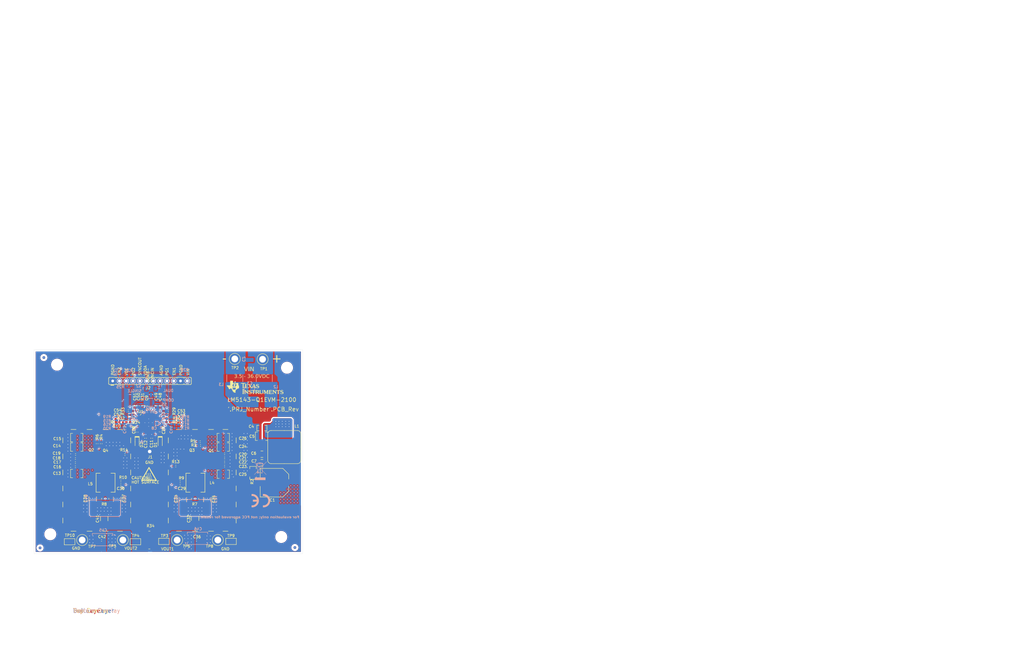
<source format=kicad_pcb>
(kicad_pcb (version 20241229) (generator "pcbnew") (generator_version "9.0")
  (layers (0 "F.Cu" signal "Top Layer") (4 "In1.Cu" signal "Signal Layer 1") (6 "In2.Cu" signal "Signal Layer 2") (8 "In3.Cu" signal "Signal Layer 3") (10 "In4.Cu" signal "Signal Layer 4") (2 "B.Cu" signal "Bottom Layer") (13 "F.Paste" user "Top Paste") (15 "B.Paste" user "Bottom Paste") (5 "F.SilkS" user "Top Overlay") (7 "B.SilkS" user "Bottom Overlay") (1 "F.Mask" user "Top Solder") (3 "B.Mask" user "Bottom Solder") (25 "Edge.Cuts" user))
  (net 0 "")
  (net 1 "NetC2_3")
  (net 2 "SYNCOUT")
  (net 3 "NetS2_2")
  (net 4 "AGND")
  (net 5 "COMP2")
  (net 6 "EN1")
  (net 7 "EN2")
  (net 8 "FB1")
  (net 9 "FB2")
  (net 10 "NetC27_1")
  (net 11 "NetC27_2")
  (net 12 "NetC28_1")
  (net 13 "NetC28_2")
  (net 14 "COMP1")
  (net 15 "SS1")
  (net 16 "NetC49_1")
  (net 17 "NetC50_1")
  (net 18 "NetC53_1")
  (net 19 "NetC54_1")
  (net 20 "NetC1_2")
  (net 21 "NetC4_1")
  (net 22 "NetC29_1")
  (net 23 "NetC29_2")
  (net 24 "NetC30_1")
  (net 25 "NetC30_2")
  (net 26 "NetC44_1")
  (net 27 "NetC44_2")
  (net 28 "NetC43_1")
  (net 29 "NetC43_2")
  (net 30 "NetQ2_4")
  (net 31 "NetQ1_4")
  (net 32 "NetQ4_4")
  (net 33 "NetQ3_4")
  (net 34 "NetR31_2")
  (net 35 "NetR3_1")
  (net 36 "NetR5_1")
  (net 37 "NetR13_1")
  (net 38 "NetR4_1")
  (net 39 "NetR6_1")
  (net 40 "NetR14_1")
  (net 41 "PG1")
  (net 42 "PG2")
  (net 43 "PGND")
  (net 44 "SS2")
  (net 45 "VCC")
  (net 46 "VDDA")
  (net 47 "VIN")
  (net 48 "VOUT1")
  (net 49 "VOUT2")
  (net 50 "DEMB")
  (net 51 "NetC2_1")
  (net 52 "NetC3_1")
  (net 53 "NetC3_2")
  (net 54 "NetC10_1")
  (footprint "Vault:IEC_HotSurface_Small" (layer "F.Cu") (at 141.2621 113.3221)
    (property "Reference" "LOGO2" (hide yes))
    (property "Value" "CAUTION HOT SURFACE" (hide yes))
  )
  (footprint "Vault:1210_270" (layer "F.Cu") (at 183.4261 99.2251 180)
    (property "Reference" "C5")
    (property "Value" "UMJ325KB7106KMHT" (hide yes))
  )
  (footprint "Vault:0603L" (layer "F.Cu") (at 123.4821 138.2141 180)
    (property "Reference" "C42")
    (property "Value" "CGA3E2X7R1E104K080AA" (hide yes))
  )
  (footprint "Vault:0603L" (layer "F.Cu") (at 133.5151 91.2241 180)
    (property "Reference" "C52")
    (property "Value" "GRM1885C1H150JA01D" (hide yes))
  )
  (footprint "Vault:KRL2012" (layer "F.Cu") (at 124.8791 122.5931 -90)
    (property "Reference" "R8")
    (property "Value" "KRL2012M-R007-F-T1" (hide yes))
  )
  (footprint "Vault:Testpoint_Keystone_Miniature" (layer "F.Cu") (at 146.8501 138.5951)
    (property "Reference" "TP3")
    (property "Value" "5015" (hide yes))
  )
  (footprint "Vault:CONN_1040" (layer "F.Cu") (at 141.5161 104.9401 -90)
    (property "Reference" "J1")
    (property "Value" "1040" (hide yes))
  )
  (footprint "Vault:0603L" (layer "F.Cu") (at 136.8171 97.7011 -90)
    (property "Reference" "C28")
    (property "Value" "CGA3E2X7R1E104K080AA" (hide yes))
  )
  (footprint "Vault:Testpoint_Keystone_Miniature" (layer "F.Cu") (at 111.5441 138.7221)
    (property "Reference" "TP10")
    (property "Value" "5015" (hide yes))
  )
  (footprint "Vault:Testpoint_Keystone_Miniature" (layer "F.Cu") (at 136.1821 138.7221)
    (property "Reference" "TP4")
    (property "Value" "5015" (hide yes))
  )
  (footprint "Vault:1210_270" (layer "F.Cu") (at 114.2111 103.2891 180)
    (property "Reference" "C14")
    (property "Value" "UMJ325KB7106KMHT" (hide yes))
  )
  (footprint "Vault:0603L" (layer "F.Cu") (at 135.9281 87.7951 90)
    (property "Reference" "C51")
    (property "Value" "CGA3E2X7R1E104K080AA" (hide yes))
  )
  (footprint "Vault:1210_270L" (layer "F.Cu") (at 183.5531 105.9561 180)
    (property "Reference" "C6")
    (property "Value" "UMJ325KB7106KMHT" (hide yes))
  )
  (footprint "Vault:AssemblyNote" (layer "F.Cu") (at 102.7811 59.2201)
    (property "Reference" "ZZ7" (hide yes))
    (property "Value" "Place Shunt Jumper SH-J1 onto J2 onto pins 6-7 (VDDA - DEMB-SYNCIN)" (hide yes))
  )
  (footprint "Vault:1210_280" (layer "F.Cu") (at 163.1061 122.9741 90)
    (property "Reference" "C35")
    (property "Value" "CGA6P1X7S0J476M250AC" (hide yes))
  )
  (footprint "Vault:0603L" (layer "F.Cu") (at 133.5151 92.6211)
    (property "Reference" "R32")
    (property "Value" "CRCW060313K7FKEA" (hide yes))
  )
  (footprint "Vault:Fiducial10-20" (layer "F.Cu") (at 100.46964 141.0302)
    (property "Reference" "FID1" (hide yes))
    (property "Value" "Fiducial" (hide yes))
  )
  (footprint "Vault:Laird_BMI-S-205-F" (layer "F.Cu") (at 161.2011 115.7351)
    (property "Reference" "H1" (hide yes))
    (property "Value" "BMI-S-205-F" (hide yes))
  )
  (footprint "Vault:MTG_159mil" (layer "F.Cu") (at 190.7921 136.9441)
    (property "Reference" "MH2" (hide yes))
    (property "Value" "MTG_NoPads" (hide yes))
  )
  (footprint "Vault:AssemblyNote" (layer "F.Cu") (at 102.7811 48.33803)
    (property "Reference" "ZZ2" (hide yes))
    (property "Value" "These assemblies must be clean and free from flux and all contaminants. Use of no clean flux is not acceptable." (hide yes))
  )
  (footprint "Vault:0603L" (layer "F.Cu") (at 152.9461 117.5131)
    (property "Reference" "C29")
    (property "Value" "CGA3E2X7R1E104K080AA" (hide yes))
  )
  (footprint "Vault:0603L" (layer "F.Cu") (at 148.5011 89.7001)
    (property "Reference" "C53")
    (property "Value" "C0603C102K5HACTU" (hide yes))
  )
  (footprint "Vault:Keystone1598-2" (layer "F.Cu") (at 131.4831 138.0871)
    (property "Reference" "TP5")
    (property "Value" "1598-2" (hide yes))
  )
  (footprint "Vault:Testpoint_Keystone_Miniature" (layer "F.Cu") (at 171.9961 138.5951)
    (property "Reference" "TP9")
    (property "Value" "5015" (hide yes))
  )
  (footprint "Vault:0603L" (layer "F.Cu") (at 169.5831 108.8771 180)
    (property "Reference" "C22")
    (property "Value" "GRM188R72A103KA01D" (hide yes))
  )
  (footprint "Vault:SOD-323F" (layer "F.Cu") (at 145.4531 101.2571 -90)
    (property "Reference" "D1")
    (property "Value" "60V" (hide yes))
  )
  (footprint "Vault:1210_270" (layer "F.Cu") (at 169.0751 103.2891)
    (property "Reference" "C24")
    (property "Value" "UMJ325KB7106KMHT" (hide yes))
  )
  (footprint "Vault:MTG_159mil" (layer "F.Cu") (at 106.8451 72.42802)
    (property "Reference" "MH4" (hide yes))
    (property "Value" "MTG_NoPads" (hide yes))
  )
  (footprint "Vault:0805_HV" (layer "F.Cu") (at 183.5531 96.1771 180)
    (property "Reference" "C4")
    (property "Value" "C0805C104K1RACTU" (hide yes))
  )
  (footprint "Vault:PG-TDSON-8-33" (layer "F.Cu") (at 164.3761 108.6231)
    (property "Reference" "Q1")
    (property "Value" "IPC50N04S5L5R5ATMA1" (hide yes))
  )
  (footprint "Vault:1210_270" (layer "F.Cu") (at 114.2111 99.7331 180)
    (property "Reference" "C15")
    (property "Value" "UMJ325KB7106KMHT" (hide yes))
  )
  (footprint "Vault:0603L" (layer "F.Cu") (at 140.3731 87.7951 -90)
    (property "Reference" "C9")
    (property "Value" "GCM188R71C474KA55D" (hide yes))
  )
  (footprint "Vault:Net-Tie_10mil" (layer "F.Cu") (at 141.38511 91.8591 -90)
    (property "Reference" "NT1" (hide yes))
    (property "Value" "Net-Tie" (hide yes))
  )
  (footprint "Vault:PG-TDSON-8-33" (layer "F.Cu") (at 156.3751 108.4961)
    (property "Reference" "Q3")
    (property "Value" "IPC50N04S5L5R5ATMA1" (hide yes))
  )
  (footprint "Vault:0603L" (layer "F.Cu") (at 137.3251 87.7951 90)
    (property "Reference" "C50")
    (property "Value" "GRM188R72A103KA01D" (hide yes))
  )
  (footprint "Vault:PG-TDSON-8-33" (layer "F.Cu") (at 126.9111 108.4961 180)
    (property "Reference" "Q4")
    (property "Value" "IPC50N04S5L5R5ATMA1" (hide yes))
  )
  (footprint "Vault:AssemblyNote" (layer "F.Cu") (at 102.7811 50.51444)
    (property "Reference" "ZZ3" (hide yes))
    (property "Value" "These assemblies must comply with workmanship standards IPC-A-610 Class 2, unless otherwise specified." (hide yes))
  )
  (footprint "Vault:1210_280" (layer "F.Cu") (at 120.1801 122.7201 90)
    (property "Reference" "C38")
    (property "Value" "CGA6P1X7S0J476M250AC" (hide yes))
  )
  (footprint "Vault:0603L" (layer "F.Cu") (at 143.9291 87.7951 90)
    (property "Reference" "C49")
    (property "Value" "CL10B224KO8VPNC" (hide yes))
  )
  (footprint "Vault:0603L" (layer "F.Cu") (at 169.5831 107.3531 180)
    (property "Reference" "C21")
    (property "Value" "GRM188R72A103KA01D" (hide yes))
  )
  (footprint "Vault:1210_280" (layer "F.Cu") (at 153.9621 122.9741 90)
    (property "Reference" "C34")
    (property "Value" "CGA6P1X7S0J476M250AC" (hide yes))
  )
  (footprint "Vault:1210_280" (layer "F.Cu") (at 124.4981 130.0861 -90)
    (property "Reference" "C41")
    (property "Value" "CGA6P1X7S0J476M250AC" (hide yes))
  )
  (footprint "Vault:Keystone1598-2" (layer "F.Cu") (at 183.8071 70.3961 180)
    (property "Reference" "TP1")
    (property "Value" "1598-2" (hide yes))
  )
  (footprint "Vault:1210_270" (layer "F.Cu") (at 169.0751 99.7331)
    (property "Reference" "C26")
    (property "Value" "UMJ325KB7106KMHT" (hide yes))
  )
  (footprint "Vault:PG-TDSON-8-33" (layer "F.Cu") (at 119.0371 108.4961 180)
    (property "Reference" "Q2")
    (property "Value" "IPC50N04S5L5R5ATMA1" (hide yes))
  )
  (footprint "Vault:0603L" (layer "F.Cu") (at 151.2951 110.4011)
    (property "Reference" "R13")
    (property "Value" "CRCW06030000Z0EA" (hide yes))
  )
  (footprint "Vault:SM_RADIAL_G" (layer "F.Cu") (at 188.2521 116.6241 180)
    (property "Reference" "C1")
    (property "Value" "EEE-FC1H470P" (hide yes))
  )
  (footprint "Vault:AssemblyNote" (layer "F.Cu") (at 102.7811 57.04369)
    (property "Reference" "ZZ6" (hide yes))
    (property "Value" "Set SW2 to SINGLE position" (hide yes))
  )
  (footprint "Vault:Sullins_PxC12SABN" (layer "F.Cu") (at 141.6431 78.5241)
    (property "Reference" "J2")
    (property "Value" "PBC12SABN" (hide yes))
  )
  (footprint "Vault:0603L" (layer "F.Cu") (at 130.7211 117.3861 180)
    (property "Reference" "C30")
    (property "Value" "CGA3E2X7R1E104K080AA" (hide yes))
  )
  (footprint "Vault:0603L" (layer "F.Cu") (at 123.3551 102.0191 -90)
    (property "Reference" "R4")
    (property "Value" "CRCW06030000Z0EA" (hide yes))
  )
  (footprint "Vault:MTG_159mil" (layer "F.Cu") (at 192.95103 73.57102)
    (property "Reference" "MH3" (hide yes))
    (property "Value" "MTG_NoPads" (hide yes))
  )
  (footprint "Vault:Keystone1598-2" (layer "F.Cu") (at 116.2431 138.0871)
    (property "Reference" "TP7")
    (property "Value" "1598-2" (hide yes))
  )
  (footprint "Vault:1210_270" (layer "F.Cu") (at 169.0751 113.4491)
    (property "Reference" "C25")
    (property "Value" "UMJ325KB7106KMHT" (hide yes))
  )
  (footprint "Vault:TI_Stacked_Overlay_Small" (layer "F.Cu") (at 181.0131 80.9371)
    (property "Reference" "Logo3" (hide yes))
    (property "Value" "Texas Instruments" (hide yes))
  )
  (footprint "Vault:0603L" (layer "F.Cu") (at 145.4531 97.5741 -90)
    (property "Reference" "C27")
    (property "Value" "CGA3E2X7R1E104K080AA" (hide yes))
  )
  (footprint "Vault:0603L" (layer "F.Cu") (at 139.9921 99.9871 90)
    (property "Reference" "C12")
    (property "Value" "GRM188R71A225KE15D" (hide yes))
  )
  (footprint "Vault:1206" (layer "F.Cu") (at 180.2257 112.93316 -90)
    (property "Reference" "R2")
    (property "Value" "CRCW12061R00JNEA" (hide yes))
  )
  (footprint "Vault:KRL2012" (layer "F.Cu") (at 158.5341 122.5931 -90)
    (property "Reference" "R7")
    (property "Value" "KRL2012M-R007-F-T1" (hide yes))
  )
  (footprint "Vault:MTG_159mil" (layer "F.Cu") (at 104.3051 135.9281)
    (property "Reference" "MH1" (hide yes))
    (property "Value" "MTG_NoPads" (hide yes))
  )
  (footprint "Vault:0603L" (layer "F.Cu") (at 121.8311 102.0191 -90)
    (property "Reference" "R6")
    (property "Value" "CRCW06030000Z0EA" (hide yes))
  )
  (footprint "Vault:WE-HC6" (layer "F.Cu") (at 191.9351 103.2891 -90)
    (property "Reference" "L1")
    (property "Value" "744325420" (hide yes))
  )
  (footprint "Vault:0603L" (layer "F.Cu") (at 132.2451 106.0831 180)
    (property "Reference" "R14")
    (property "Value" "CRCW06030000Z0EA" (hide yes))
  )
  (footprint "Vault:1210_270L" (layer "F.Cu") (at 183.5531 109.1311 180)
    (property "Reference" "C7")
    (property "Value" "UMJ325KB7106KMHT" (hide yes))
  )
  (footprint "Vault:0603L" (layer "F.Cu") (at 160.4391 101.2571)
    (property "Reference" "R5")
    (property "Value" "CRCW06030000Z0EA" (hide yes))
  )
  (footprint "Vault:0603L" (layer "F.Cu") (at 160.5661 102.6541)
    (property "Reference" "R3")
    (property "Value" "CRCW06030000Z0EA" (hide yes))
  )
  (footprint "Vault:Keystone1598-2" (layer "F.Cu") (at 151.8031 138.0871)
    (property "Reference" "TP6")
    (property "Value" "1598-2" (hide yes))
  )
  (footprint "Vault:0603L" (layer "F.Cu") (at 113.7031 107.6071)
    (property "Reference" "C18")
    (property "Value" "GRM188R72A103KA01D" (hide yes))
  )
  (footprint "Vault:Fiducial10-20" (layer "F.Cu") (at 101.8921 69.7611)
    (property "Reference" "FID2" (hide yes))
    (property "Value" "Fiducial" (hide yes))
  )
  (footprint "Vault:0603L" (layer "F.Cu") (at 169.5831 110.4011 180)
    (property "Reference" "C23")
    (property "Value" "GRM188R72A103KA01D" (hide yes))
  )
  (footprint "Vault:0603L" (layer "F.Cu") (at 133.5151 89.7001 180)
    (property "Reference" "C54")
    (property "Value" "C0603C102K5HACTU" (hide yes))
  )
  (footprint "Vault:0603L" (layer "F.Cu") (at 113.7717 106.0919)
    (property "Reference" "C19")
    (property "Value" "GRM188R72A103KA01D" (hide yes))
  )
  (footprint "Vault:0603L" (layer "F.Cu") (at 148.5011 93.8911)
    (property "Reference" "R21")
    (property "Value" "CRCW0603100KFKEA" (hide yes))
  )
  (footprint "Vault:0603L" (layer "F.Cu") (at 146.7231 90.4621 -90)
    (property "Reference" "R29")
    (property "Value" "CRCW060320K0FKEA" (hide yes))
  )
  (footprint "Vault:2512_WIDE_VISHAY" (layer "F.Cu") (at 141.3891 138.0871 180)
    (property "Reference" "R34")
    (property "Value" "RCL12250000Z0EG" (hide yes))
  )
  (footprint "Vault:0603L" (layer "F.Cu") (at 113.7031 109.1311)
    (property "Reference" "C17")
    (property "Value" "GRM188R72A103KA01D" (hide yes))
  )
  (footprint "Vault:1210_270" (layer "F.Cu") (at 114.2111 113.1951 180)
    (property "Reference" "C13")
    (property "Value" "UMJ325KB7106KMHT" (hide yes))
  )
  (footprint "Vault:Fiducial10-20" (layer "F.Cu") (at 195.89744 140.9032)
    (property "Reference" "FID3" (hide yes))
    (property "Value" "Fiducial" (hide yes))
  )
  (footprint "Vault:0603L" (layer "F.Cu") (at 135.2931 90.4621 -90)
    (property "Reference" "R33")
    (property "Value" "CRCW060324K9FKEA" (hide yes))
  )
  (footprint "Vault:1210_280" (layer "F.Cu") (at 158.5341 129.9591 -90)
    (property "Reference" "C32")
    (property "Value" "CGA6P1X7S0J476M250AC" (hide yes))
  )
  (footprint "Vault:AssemblyNote" (layer "F.Cu") (at 102.7811 46.16161)
    (property "Reference" "ZZ1" (hide yes))
    (property "Value" "These assemblies are ESD sensitive, ESD precautions shall be observed." (hide yes))
  )
  (footprint "Vault:0603L" (layer "F.Cu") (at 152.9461 116.1161)
    (property "Reference" "R9")
    (property "Value" "CRCW06031K50FKEA" (hide yes))
  )
  (footprint "Vault:RWG0040A" (layer "F.Cu") (at 141.1351 94.1451)
    (property "Reference" "U1")
    (property "Value" "LM5143QRWGRQ1" (hide yes))
  )
  (footprint "Vault:0603L" (layer "F.Cu") (at 169.5831 105.8291 180)
    (property "Reference" "C20")
    (property "Value" "GRM188R72A103KA01D" (hide yes))
  )
  (footprint "Vault:0603L" (layer "F.Cu") (at 113.7031 110.6551)
    (property "Reference" "C16")
    (property "Value" "GRM188R72A103KA01D" (hide yes))
  )
  (footprint "Vault:WE-LHMI_7030" (layer "F.Cu") (at 125.0061 116.6241 -90)
    (property "Reference" "L5")
    (property "Value" "744373460068" (hide yes))
  )
  (footprint "Vault:Keystone1598-2" (layer "F.Cu") (at 167.0431 138.0871)
    (property "Reference" "TP8")
    (property "Value" "1598-2" (hide yes))
  )
  (footprint "Vault:SOD-323F" (layer "F.Cu") (at 136.8171 101.2571 -90)
    (property "Reference" "D2")
    (property "Value" "60V" (hide yes))
  )
  (footprint "Vault:0603L" (layer "F.Cu") (at 138.8491 87.7951 -90)
    (property "Reference" "R31")
    (property "Value" "RC0603FR-0710KL" (hide yes))
  )
  (footprint "Vault:Laird_BMI-S-205-F" (layer "F.Cu") (at 121.7041 115.7351)
    (property "Reference" "H2" (hide yes))
    (property "Value" "BMI-S-205-F" (hide yes))
  )
  (footprint "Vault:0603L" (layer "F.Cu") (at 142.2781 99.9871 90)
    (property "Reference" "C11")
    (property "Value" "GRM188R71A225KE15D" (hide yes))
  )
  (footprint "Vault:AssemblyNote" (layer "F.Cu") (at 102.7811 52.69086)
    (property "Reference" "ZZ4" (hide yes))
    (property "Value" "After final wash remove kapton tape cover from SW1 thru SW3" (hide yes))
  )
  (footprint "Vault:1210_280" (layer "F.Cu") (at 129.3241 122.8471 90)
    (property "Reference" "C37")
    (property "Value" "CGA6P1X7S0J476M250AC" (hide yes))
  )
  (footprint "Vault:Keystone1598-2" (layer "F.Cu") (at 173.3931 70.2691 180)
    (property "Reference" "TP2")
    (property "Value" "1598-2" (hide yes))
  )
  (footprint "Vault:AssemblyNote" (layer "F.Cu") (at 102.7811 54.86727)
    (property "Reference" "ZZ5" (hide yes))
    (property "Value" "Set SW1 A & B to OFF position" (hide yes))
  )
  (footprint "Vault:0603L" (layer "F.Cu") (at 133.5151 94.0181 180)
    (property "Reference" "R24")
    (property "Value" "CRCW0603100KFKEA" (hide yes))
  )
  (footprint "Vault:0603L" (layer "F.Cu") (at 145.4531 87.7951 90)
    (property "Reference" "C48")
    (property "Value" "CGA3E2X7R1E104K080AA" (hide yes))
  )
  (footprint "Vault:0603L" (layer "F.Cu") (at 132.0241 95.4151 180)
    (property "Reference" "C10")
    (property "Value" "GRM188R71A225KE15D" (hide yes))
  )
  (footprint "Vault:0603L" (layer "F.Cu") (at 130.7211 115.9891 180)
    (property "Reference" "R10")
    (property "Value" "CRCW06031K50FKEA" (hide yes))
  )
  (footprint "Vault:WE-LHMI_7030" (layer "F.Cu") (at 158.6611 116.6241 -90)
    (property "Reference" "L4")
    (property "Value" "744373460068" (hide yes))
  )
  (footprint "Vault:0603L" (layer "F.Cu") (at 148.5011 92.4941 180)
    (property "Reference" "R30")
    (property "Value" "CRCW060322K1FKEA" (hide yes))
  )
  (footprint "Vault:0603L" (layer "F.Cu") (at 159.0421 138.2141)
    (property "Reference" "C36")
    (property "Value" "GRM188R72A104KA35D" (hide yes))
  )
  (footprint "Vault:0603L" (layer "F.Cu") (at 148.5011 91.0971)
    (property "Reference" "C47")
    (property "Value" "GRM1885C1H150JA01D" (hide yes))
  )
  (footprint "Vault:0603L" (layer "F.Cu") (at 130.8481 94.0181 180)
    (property "Reference" "R1")
    (property "Value" "RC0603FR-071RL" (hide yes))
  )
  (footprint "Vault:2220_390" (layer "B.Cu") (at 173.3931 77.5081 -90)
    (property "Reference" "L3")
    (property "Value" "800 ohm" (hide yes))
  )
  (footprint "Vault:0603L" (layer "B.Cu") (at 151.5491 93.3831)
    (property "Reference" "R12")
    (property "Value" "CRCW060349R9FKEA" (hide yes))
  )
  (footprint "Vault:Keystone_1902C" (layer "B.Cu") (at 190.7921 136.9441 180)
    (property "Reference" "H6" (hide yes))
    (property "Value" "1902C" (hide yes))
  )
  (footprint "Vault:YFF31AH2A10xM" (layer "B.Cu") (at 179.08342 70.63654 90)
    (property "Reference" "C2")
    (property "Value" "1uF" (hide yes))
  )
  (footprint "Vault:1210_280" (layer "B.Cu") (at 129.3241 122.8471 90)
    (property "Reference" "C39")
    (property "Value" "CGA6P1X7S0J476M250AC" (hide yes))
  )
  (footprint "Vault:Fiducial10-20" (layer "B.Cu") (at 100.46964 141.0302 180)
    (property "Reference" "FID4" (hide yes))
    (property "Value" "Fiducial" (hide yes))
  )
  (footprint "Vault:0603L" (layer "B.Cu") (at 129.9591 93.2561 180)
    (property "Reference" "R15")
    (property "Value" "CRCW060349R9FKEA" (hide yes))
  )
  (footprint "Vault:0603L" (layer "B.Cu") (at 147.9511 92.0191 90)
    (property "Reference" "R22")
    (property "Value" "CRCW06030000Z0EA" (hide yes))
  )
  (footprint "Vault:1210_280" (layer "B.Cu") (at 120.1801 122.7201 90)
    (property "Reference" "C40")
    (property "Value" "CGA6P1X7S0J476M250AC" (hide yes))
  )
  (footprint "Vault:0603L" (layer "B.Cu") (at 129.9591 91.8591 180)
    (property "Reference" "R19")
    (property "Value" "CRCW0603100RFKEA" (hide yes))
  )
  (footprint "Vault:0603L" (layer "B.Cu") (at 151.5491 96.1771)
    (property "Reference" "R17")
    (property "Value" "CRCW0603100RFKEA" (hide yes))
  )
  (footprint "Vault:0805_HV" (layer "B.Cu") (at 178.8541 81.8261)
    (property "Reference" "C3")
    (property "Value" "C0805C104K1RACTU" (hide yes))
  )
  (footprint "Vault:7343-31" (layer "B.Cu") (at 123.8631 137.9601 180)
    (property "Reference" "C45")
    (property "Value" "T598D227M010ATE025" (hide yes))
  )
  (footprint "Vault:0805L" (layer "B.Cu") (at 143.4211 94.3991)
    (property "Reference" "C8")
    (property "Value" "GRM21BR72A474KA73L" (hide yes))
  )
  (footprint "Vault:0603L" (layer "B.Cu") (at 131.9911 93.8911 90)
    (property "Reference" "C43")
    (property "Value" "06031A330JAT2A" (hide yes))
  )
  (footprint "Vault:Fiducial10-20" (layer "B.Cu") (at 101.8921 69.7611 180)
    (property "Reference" "FID5" (hide yes))
    (property "Value" "Fiducial" (hide yes))
  )
  (footprint "Vault:2220_390" (layer "B.Cu") (at 184.4421 77.5081 -90)
    (property "Reference" "L2")
    (property "Value" "800 ohm" (hide yes))
  )
  (footprint "Vault:1210_280" (layer "B.Cu") (at 153.9621 122.9741 90)
    (property "Reference" "C33")
    (property "Value" "CGA6P1X7S0J476M250AC" (hide yes))
  )
  (footprint "Vault:0603L" (layer "B.Cu") (at 129.9591 94.6531 180)
    (property "Reference" "R16")
    (property "Value" "CRCW06030000Z0EA" (hide yes))
  )
  (footprint "Vault:SW_CJS_1201A" (layer "B.Cu") (at 142.0161 82.5571)
    (property "Reference" "S2")
    (property "Value" "CJS-1201TA" (hide yes))
  )
  (footprint "Vault:7343-31" (layer "B.Cu") (at 159.4231 137.4521)
    (property "Reference" "C46")
    (property "Value" "T598D227M010ATE025" (hide yes))
  )
  (footprint "Vault:Keystone_1902C" (layer "B.Cu") (at 192.95103 73.57102 180)
    (property "Reference" "H5" (hide yes))
    (property "Value" "1902C" (hide yes))
  )
  (footprint "Vault:TDK_ACM12V" (layer "B.Cu") (at 183.4261 91.9861 -90)
    (property "Reference" "T1")
    (property "Value" "ACM12V-701-2PL-TL00" (hide yes))
  )
  (footprint "Vault:Fiducial10-20" (layer "B.Cu") (at 195.89744 140.9032 180)
    (property "Reference" "FID6" (hide yes))
    (property "Value" "Fiducial" (hide yes))
  )
  (footprint "Vault:0603L" (layer "B.Cu") (at 133.7691 80.5561 180)
    (property "Reference" "R25")
    (property "Value" "CRCW0603100KFKEA" (hide yes))
  )
  (footprint "Vault:0603L" (layer "B.Cu") (at 133.8961 76.3651 180)
    (property "Reference" "R26")
    (property "Value" "CRCW0603100KFKEA" (hide yes))
  )
  (footprint "Vault:FCC_disclaimer" (layer "B.Cu") (at 179.7431 118.5291 180)
    (property "Reference" "Logo4" (hide yes))
    (property "Value" "FCC disclaimer" (hide yes))
  )
  (footprint "Vault:0603L" (layer "B.Cu") (at 129.9591 96.0501 180)
    (property "Reference" "R20")
    (property "Value" "CRCW0603100RFKEA" (hide yes))
  )
  (footprint "Vault:0603L" (layer "B.Cu") (at 130.2131 75.8571 90)
    (property "Reference" "R27")
    (property "Value" "CRCW0603100KFKEA" (hide yes))
  )
  (footprint "Vault:SW_CVS-02B" (layer "B.Cu") (at 141.2621 86.5251 180)
    (property "Reference" "S1")
    (property "Value" "CVS-02TB" (hide yes))
  )
  (footprint "Vault:WEEE_Minimum" (layer "B.Cu") (at 182.9021 111.2741 180)
    (property "Reference" "Logo5" (hide yes))
    (property "Value" "WEEE logo" (hide yes))
  )
  (footprint "Vault:Keystone_1902C" (layer "B.Cu") (at 104.3051 135.9281 180)
    (property "Reference" "H3" (hide yes))
    (property "Value" "1902C" (hide yes))
  )
  (footprint "Vault:0603L" (layer "B.Cu") (at 151.5491 91.9861)
    (property "Reference" "R18")
    (property "Value" "CRCW0603100RFKEA" (hide yes))
  )
  (footprint "Vault:0603L" (layer "B.Cu") (at 149.6441 94.0181 90)
    (property "Reference" "C44")
    (property "Value" "06031A330JAT2A" (hide yes))
  )
  (footprint "Vault:0603L" (layer "B.Cu") (at 151.5491 94.7801)
    (property "Reference" "R11")
    (property "Value" "CRCW06030000Z0EA" (hide yes))
  )
  (footprint "Vault:CE_Mark_5mm" (layer "B.Cu") (at 183.1721 123.3551 180)
    (property "Reference" "Logo1" (hide yes))
    (property "Value" "CE Mark" (hide yes))
  )
  (footprint "Vault:Keystone_1902C" (layer "B.Cu") (at 106.8451 72.42802 180)
    (property "Reference" "H4" (hide yes))
    (property "Value" "1902C" (hide yes))
  )
  (footprint "Vault:0603L" (layer "B.Cu") (at 154.8511 75.9841)
    (property "Reference" "R28")
    (property "Value" "CRCW0603100KFKEA" (hide yes))
  )
  (footprint "Vault:1210_280" (layer "B.Cu") (at 163.1061 122.9741 90)
    (property "Reference" "C31")
    (property "Value" "CGA6P1X7S0J476M250AC" (hide yes))
  )
  (footprint "Vault:0603L" (layer "B.Cu") (at 133.8131 91.90511 90)
    (property "Reference" "R23")
    (property "Value" "CRCW06030000Z0EA" (hide yes))
  )
  (gr_rect (start 141.3891 88.3031) (end 143.1671 87.4141) (fill yes) (layer "F.Cu") (net 4))
  (gr_line (start 98.2091 66.8401) (end 198.7931 66.8401) (stroke (width 0.05)) (layer "Edge.Cuts"))
  (gr_line (start 198.7931 143.1671) (end 98.2091 143.1671) (stroke (width 0.05)) (layer "Edge.Cuts"))
  (gr_line (start 98.2091 143.1671) (end 98.2091 66.8401) (stroke (width 0.05)) (layer "Edge.Cuts"))
  (gr_line (start 198.7931 66.8401) (end 198.7931 143.1671) (stroke (width 0.05)) (layer "Edge.Cuts"))
  (gr_text "${LAYER}" (at 112.7379 165.41352 360) (layer "F.Cu") (effects (font (size 1.524 1.524) (thickness 0.2032)) (justify left bottom)))
  (gr_text "${LAYER}" (at 112.7379 165.41352 360) (layer "F.Cu") (effects (font (size 1.524 1.524) (thickness 0.2032)) (justify left bottom)))
  (gr_text "${LAYER}" (at 112.7379 165.41352 360) (layer "B.Cu") (effects (font (size 1.524 1.524) (thickness 0.2032)) (justify left bottom)))
  (gr_text "${LAYER}" (at 112.7379 165.41352 360) (layer "B.Cu") (effects (font (size 1.524 1.524) (thickness 0.2032)) (justify left bottom)))
  (gr_text "LM5143-Q1EVM-2100" (at 170.4721 86.45779 0) (layer "F.SilkS") (effects (font (size 1.524 1.524) (thickness 0.2032)) (justify left bottom)))
  (gr_text "VIN" (at 156.49956 76.4921 90) (layer "F.SilkS") (effects (font (size 1.016 1.016) (thickness 0.1778)) (justify left bottom)))
  (gr_text "${LAYER}" (at 112.7379 165.41352 360) (layer "F.SilkS") (effects (font (size 1.524 1.524) (thickness 0.2032)) (justify left bottom)))
  (gr_text "VOUT2" (at 131.9911 141.76756 0) (layer "F.SilkS") (effects (font (size 1.016 1.016) (thickness 0.1778)) (justify left bottom)))
  (gr_text "+" (at 187.2361 72.210168 0) (layer "F.SilkS") (effects (font (size 3.2004 3.2004) (thickness 0.1778)) (justify left bottom)))
  (gr_text "GND" (at 112.3061 141.76756 0) (layer "F.SilkS") (effects (font (size 1.016 1.016) (thickness 0.1778)) (justify left bottom)))
  (gr_text "VCC" (at 133.38556 76.6191 90) (layer "F.SilkS") (effects (font (size 1.016 1.016) (thickness 0.1778)) (justify left bottom)))
  (gr_text "EN1" (at 151.29256 76.4921 90) (layer "F.SilkS") (effects (font (size 1.016 1.016) (thickness 0.1778)) (justify left bottom)))
  (gr_text "AGND" (at 146.46656 76.6191 90) (layer "F.SilkS") (effects (font (size 1.016 1.016) (thickness 0.1778)) (justify left bottom)))
  (gr_text "GND" (at 168.1861 142.02156 0) (layer "F.SilkS") (effects (font (size 1.016 1.016) (thickness 0.1778)) (justify left bottom)))
  (gr_text "PGND" (at 128.30556 76.4921 90) (layer "F.SilkS") (effects (font (size 1.016 1.016) (thickness 0.1778)) (justify left bottom)))
  (gr_text "VOUT1" (at 145.7071 142.02156 0) (layer "F.SilkS") (effects (font (size 1.016 1.016) (thickness 0.1778)) (justify left bottom)))
  (gr_text "GND" (at 139.7381 109.63656 0) (layer "F.SilkS") (effects (font (size 1.016 1.016) (thickness 0.1778)) (justify left bottom)))
  (gr_text "-" (at 168.6941 72.083168 0) (layer "F.SilkS") (effects (font (size 3.2004 3.2004) (thickness 0.1778)) (justify left bottom)))
  (gr_text "PG1" (at 148.62556 76.6191 90) (layer "F.SilkS") (effects (font (size 1.016 1.016) (thickness 0.1778)) (justify left bottom)))
  (gr_text "3.5 - 36.0VDC" (at 173.1391 77.612329 0) (layer "F.SilkS") (effects (font (size 1.36017 1.36017) (thickness 0.1778)) (justify left bottom)))
  (gr_text "PGND" (at 153.83256 76.6191 90) (layer "F.SilkS") (effects (font (size 1.016 1.016) (thickness 0.1778)) (justify left bottom)))
  (gr_text "SYNCOUT" (at 138.46556 76.6191 90) (layer "F.SilkS") (effects (font (size 1.016 1.016) (thickness 0.1778)) (justify left bottom)))
  (gr_text "VDDA" (at 140.49756 76.6191 90) (layer "F.SilkS") (effects (font (size 1.016 1.016) (thickness 0.1778)) (justify left bottom)))
  (gr_text "'.PRJ_Number'.PCB_Rev" (at 170.5991 90.01379 0) (layer "F.SilkS") (effects (font (size 1.524 1.524) (thickness 0.2032)) (justify left bottom)))
  (gr_text "VIN" (at 176.8221 75.113134 0) (layer "F.SilkS") (effects (font (size 1.6002 1.6002) (thickness 0.1778)) (justify left bottom)))
  (gr_text "EN2" (at 130.71856 76.4921 90) (layer "F.SilkS") (effects (font (size 1.016 1.016) (thickness 0.1778)) (justify left bottom)))
  (gr_text "PG2" (at 136.06409 76.60757 90) (layer "F.SilkS") (effects (font (size 1.016 1.016) (thickness 0.1778)) (justify left bottom)))
  (gr_text "COMP" (at 150.71147 86.31994 0) (layer "B.SilkS") (effects (font (size 1.016 1.016) (thickness 0.1778)) (justify left bottom mirror)))
  (gr_text "${LAYER}" (at 112.7379 165.41352 360) (layer "B.SilkS") (effects (font (size 1.524 1.524) (thickness 0.2032)) (justify left bottom)))
  (gr_text "SINGLE" (at 138.5951 82.83956 0) (layer "B.SilkS") (effects (font (size 1.016 1.016) (thickness 0.1778)) (justify left bottom mirror)))
  (gr_text "DUAL" (at 150.5331 82.71256 0) (layer "B.SilkS") (effects (font (size 1.016 1.016) (thickness 0.1778)) (justify left bottom mirror)))
  (gr_text "SS" (at 147.9931 87.91956 0) (layer "B.SilkS") (effects (font (size 1.016 1.016) (thickness 0.1778)) (justify left bottom mirror)))
  (gr_text "OFF - ON" (at 144.0561 90.879321 0) (layer "B.SilkS") (effects (font (size 0.96012 0.96012) (thickness 0.1778)) (justify left bottom mirror)))
  (gr_text_box "DEMB-\nSYNCIN" (start 140.39398 79.07657) (end 145.24498 68.54926) (margins 0 0 0 0) (angle 90) (layer "F.SilkS") (effects (font (size 1.016 1.016) (thickness 0.1778)) (justify left top)) (border no) (stroke (width 0.1)))
  (gr_text_box "CAUTION:\nHOT SURFACE" (start 134.6327 114.25789) (end 147.93411 121.7549) (margins 0 0 0 0) (layer "F.SilkS") (effects (font (size 1.016 1.016) (thickness 0.1778)) (justify left top)) (border no) (stroke (width 0.1)))
  (segment (start 176.5681 70.63654) (end 178.9183 70.63654) (width 1.397) (layer "B.Cu") (net 1))
  (segment (start 139.3851 91.2451) (end 139.3851 90.6171) (width 0.2286) (layer "F.Cu") (net 2))
  (segment (start 139.1888 90.4208) (end 139.3851 90.6171) (width 0.2286) (layer "F.Cu") (net 2))
  (segment (start 139.1888 90.4208) (end 139.26641 90.4208) (width 0.2286) (layer "F.Cu") (net 2))
  (segment (start 139.1031 90.3351) (end 139.1888 90.4208) (width 0.2286) (layer "F.Cu") (net 2))
  (via (at 139.26641 90.4208) (size 0.5588) (drill 0.254) (layers "F.Cu" "B.Cu") (net 2))
  (segment (start 141.9066 90.8336) (end 141.9066 89.5636) (width 0.2286) (layer "F.Cu") (net 3))
  (segment (start 141.9066 89.5636) (end 142.1511 89.3191) (width 0.2286) (layer "F.Cu") (net 3))
  (segment (start 141.8851 90.8551) (end 141.9066 90.8336) (width 0.2286) (layer "F.Cu") (net 3))
  (segment (start 141.8851 91.2451) (end 141.8851 90.8551) (width 0.2286) (layer "F.Cu") (net 3))
  (via (at 142.1511 89.3191) (size 0.5588) (drill 0.254) (layers "F.Cu" "B.Cu") (net 3))
  (segment (start 142.0241 87.9841) (end 142.1511 88.1111) (width 0.254) (layer "B.Cu") (net 3))
  (segment (start 142.1511 89.3191) (end 142.1511 88.1111) (width 0.2286) (layer "B.Cu") (net 3))
  (segment (start 142.0241 87.9841) (end 142.0241 83.6111) (width 0.254) (layer "B.Cu") (net 3))
  (segment (start 141.3851 90.5931) (end 141.3891 90.5891) (width 0.4064) (layer "F.Cu") (net 4))
  (segment (start 141.3851 91.2451) (end 141.38511 91.24511) (width 0.2286) (layer "F.Cu") (net 4))
  (segment (start 141.3851 91.2451) (end 141.3851 90.5931) (width 0.2286) (layer "F.Cu") (net 4))
  (segment (start 145.4531 84.7471) (end 145.4531 78.6511) (width 0.6096) (layer "F.Cu") (net 4))
  (segment (start 141.38511 91.6051) (end 141.38511 91.24511) (width 0.2286) (layer "F.Cu") (net 4))
  (segment (start 141.3891 90.5891) (end 141.3891 87.0331) (width 0.4064) (layer "F.Cu") (net 4))
  (segment (start 143.7661 81.4071) (end 144.6021 81.4071) (width 0.3048) (layer "B.Cu") (net 4))
  (segment (start 145.4531 80.5561) (end 145.4531 78.6511) (width 0.3048) (layer "B.Cu") (net 4))
  (segment (start 144.6021 81.4071) (end 145.4531 80.5561) (width 0.3048) (layer "B.Cu") (net 4))
  (segment (start 136.4361 91.6051) (end 137.2261 92.3951) (width 0.2286) (layer "F.Cu") (net 5))
  (segment (start 135.2311 91.2241) (end 135.2931 91.1621) (width 0.2286) (layer "F.Cu") (net 5))
  (segment (start 136.4361 91.58147) (end 136.53948 91.58147) (width 0.2286) (layer "F.Cu") (net 5))
  (segment (start 135.2931 91.1621) (end 136.1201 91.1621) (width 0.2286) (layer "F.Cu") (net 5))
  (segment (start 137.2261 92.3951) (end 138.2351 92.3951) (width 0.2286) (layer "F.Cu") (net 5))
  (segment (start 136.53948 91.58147) (end 136.5631 91.6051) (width 0.2286) (layer "F.Cu") (net 5))
  (segment (start 136.4361 91.6051) (end 136.4361 91.58147) (width 0.2286) (layer "F.Cu") (net 5))
  (segment (start 136.1201 91.1621) (end 136.53948 91.58147) (width 0.2286) (layer "F.Cu") (net 5))
  (segment (start 134.2151 91.2241) (end 135.2311 91.2241) (width 0.2286) (layer "F.Cu") (net 5))
  (via (at 136.4361 91.58147) (size 0.5588) (drill 0.254) (layers "F.Cu" "B.Cu") (net 5))
  (segment (start 135.4201 90.5891) (end 135.4201 87.5411) (width 0.2286) (layer "B.Cu") (net 5))
  (segment (start 135.4201 87.5411) (end 136.9361 86.0251) (width 0.2286) (layer "B.Cu") (net 5))
  (segment (start 136.41248 91.58147) (end 136.4361 91.58147) (width 0.2286) (layer "B.Cu") (net 5))
  (segment (start 136.9361 86.0251) (end 138.3121 86.0251) (width 0.2286) (layer "B.Cu") (net 5))
  (segment (start 135.4201 90.5891) (end 136.41248 91.58147) (width 0.2286) (layer "B.Cu") (net 5))
  (segment (start 143.6751 90.3351) (end 143.9291 90.3351) (width 0.2286) (layer "F.Cu") (net 6))
  (segment (start 143.3851 90.6251) (end 143.6751 90.3351) (width 0.2286) (layer "F.Cu") (net 6))
  (segment (start 143.3851 91.2451) (end 143.3851 90.6251) (width 0.2286) (layer "F.Cu") (net 6))
  (via (at 143.9291 90.3351) (size 0.5588) (drill 0.254) (layers "F.Cu" "B.Cu") (net 6))
  (segment (start 150.5331 78.5241) (end 150.5331 77.2541) (width 0.2286) (layer "B.Cu") (net 6))
  (segment (start 150.5331 77.2541) (end 151.8031 75.9841) (width 0.2286) (layer "B.Cu") (net 6))
  (segment (start 151.8031 75.9841) (end 154.1511 75.9841) (width 0.2286) (layer "B.Cu") (net 6))
  (segment (start 138.5951 90.5891) (end 138.8851 90.8791) (width 0.2286) (layer "F.Cu") (net 7))
  (segment (start 138.8851 91.2451) (end 138.8851 90.8791) (width 0.2286) (layer "F.Cu") (net 7))
  (segment (start 136.9441 89.4461) (end 138.0871 90.5891) (width 0.2286) (layer "F.Cu") (net 7))
  (segment (start 138.0871 90.5891) (end 138.5951 90.5891) (width 0.2286) (layer "F.Cu") (net 7))
  (via (at 136.9441 89.4461) (size 0.5588) (drill 0.254) (layers "F.Cu" "B.Cu") (net 7))
  (segment (start 130.2131 78.5241) (end 130.2131 76.5571) (width 0.2286) (layer "B.Cu") (net 7))
  (segment (start 147.8011 93.8911) (end 147.8011 92.4941) (width 0.2413) (layer "F.Cu") (net 8))
  (segment (start 146.4891 92.8951) (end 146.5961 92.7881) (width 0.2413) (layer "F.Cu") (net 8))
  (segment (start 146.5961 92.7881) (end 146.8901 92.4941) (width 0.2413) (layer "F.Cu") (net 8))
  (segment (start 146.8901 92.4941) (end 147.8011 92.4941) (width 0.2413) (layer "F.Cu") (net 8))
  (segment (start 144.0351 92.8951) (end 146.4891 92.8951) (width 0.2413) (layer "F.Cu") (net 8))
  (via (at 146.5961 92.7881) (size 0.5588) (drill 0.254) (layers "F.Cu" "B.Cu") (net 8))
  (segment (start 147.2031 92.7191) (end 147.9511 92.7191) (width 0.2413) (layer "B.Cu") (net 8))
  (segment (start 146.5961 92.7881) (end 147.1341 92.7881) (width 0.2413) (layer "B.Cu") (net 8))
  (segment (start 147.1341 92.7881) (end 147.2031 92.7191) (width 0.2413) (layer "B.Cu") (net 8))
  (segment (start 134.2151 92.6211) (end 135.5471 92.6211) (width 0.2413) (layer "F.Cu") (net 9))
  (segment (start 137.0507 92.8951) (end 138.2351 92.8951) (width 0.2413) (layer "F.Cu") (net 9))
  (segment (start 135.5471 92.6211) (end 135.70905 92.78305) (width 0.2413) (layer "F.Cu") (net 9))
  (segment (start 135.70905 92.78305) (end 136.93865 92.78305) (width 0.2413) (layer "F.Cu") (net 9))
  (segment (start 136.93865 92.78305) (end 137.0507 92.8951) (width 0.2413) (layer "F.Cu") (net 9))
  (segment (start 134.2151 94.0181) (end 134.2151 92.6211) (width 0.2413) (layer "F.Cu") (net 9))
  (via (at 135.70905 92.78305) (size 0.5588) (drill 0.254) (layers "F.Cu" "B.Cu") (net 9))
  (segment (start 135.32805 92.78305) (end 135.70905 92.78305) (width 0.2413) (layer "B.Cu") (net 9))
  (segment (start 133.8131 92.61761) (end 135.1661 92.6211) (width 0.2413) (layer "B.Cu") (net 9))
  (segment (start 135.1661 92.6211) (end 135.32805 92.78305) (width 0.2413) (layer "B.Cu") (net 9))
  (segment (start 146.4071 96.7471) (end 146.4691 96.6851) (width 0.4064) (layer "F.Cu") (net 10))
  (segment (start 145.4531 96.7471) (end 146.4071 96.7471) (width 0.4064) (layer "F.Cu") (net 10))
  (segment (start 144.7531 96.7471) (end 145.4531 96.7471) (width 0.2413) (layer "F.Cu") (net 10))
  (segment (start 144.0351 96.3951) (end 144.4011 96.3951) (width 0.2413) (layer "F.Cu") (net 10))
  (segment (start 158.6611 115.8621) (end 158.6611 113.8991) (width 0.254) (layer "F.Cu") (net 10))
  (segment (start 153.6461 116.1161) (end 154.3431 116.1161) (width 0.254) (layer "F.Cu") (net 10))
  (segment (start 154.3431 116.1161) (end 154.7241 116.4971) (width 0.254) (layer "F.Cu") (net 10))
  (segment (start 154.7241 116.4971) (end 158.0261 116.4971) (width 0.254) (layer "F.Cu") (net 10))
  (segment (start 144.4011 96.3951) (end 144.7531 96.7471) (width 0.2413) (layer "F.Cu") (net 10))
  (segment (start 158.0261 116.4971) (end 158.6611 115.8621) (width 0.254) (layer "F.Cu") (net 10))
  (segment (start 146.4691 96.6851) (end 146.88152 96.6851) (width 0.4064) (layer "F.Cu") (net 10))
  (via (at 146.88152 96.6851) (size 0.5588) (drill 0.254) (layers "F.Cu" "B.Cu") (net 10))
  (via (at 161.4551 104.0511) (size 0.5588) (drill 0.254) (layers "F.Cu" "B.Cu") (net 10))
  (segment (start 143.62793 97.55966) (end 144.29566 97.55966) (width 0.2413) (layer "F.Cu") (net 11))
  (segment (start 145.4531 100.1571) (end 145.4531 98.1471) (width 0.2413) (layer "F.Cu") (net 11))
  (segment (start 143.3851 97.31683) (end 143.62793 97.55966) (width 0.2413) (layer "F.Cu") (net 11))
  (segment (start 144.8831 98.1471) (end 145.4531 98.1471) (width 0.2413) (layer "F.Cu") (net 11))
  (segment (start 143.3851 97.31683) (end 143.3851 97.0451) (width 0.2413) (layer "F.Cu") (net 11))
  (segment (start 144.29566 97.55966) (end 144.8831 98.1471) (width 0.2413) (layer "F.Cu") (net 11))
  (segment (start 137.5171 96.7471) (end 137.8691 96.3951) (width 0.2413) (layer "F.Cu") (net 12))
  (segment (start 125.6951 116.4241) (end 129.00415 116.4241) (width 0.254) (layer "F.Cu") (net 12))
  (segment (start 135.77817 96.8151) (end 135.82276 96.8597) (width 0.4064) (layer "F.Cu") (net 12))
  (segment (start 137.8691 96.3951) (end 138.2351 96.3951) (width 0.2413) (layer "F.Cu") (net 12))
  (segment (start 125.0061 115.7351) (end 125.0061 113.8991) (width 0.254) (layer "F.Cu") (net 12))
  (segment (start 129.01013 116.43007) (end 129.4511 115.9891) (width 0.254) (layer "F.Cu") (net 12))
  (segment (start 129.00415 116.4241) (end 129.01013 116.43007) (width 0.254) (layer "F.Cu") (net 12))
  (segment (start 135.82276 96.8597) (end 136.38824 96.8597) (width 0.4064) (layer "F.Cu") (net 12))
  (segment (start 136.38824 96.8597) (end 136.43284 96.8151) (width 0.4064) (layer "F.Cu") (net 12))
  (segment (start 125.0061 115.7351) (end 125.6951 116.4241) (width 0.254) (layer "F.Cu") (net 12))
  (segment (start 129.4511 115.9891) (end 130.0211 115.9891) (width 0.254) (layer "F.Cu") (net 12))
  (segment (start 135.2931 96.8151) (end 135.77817 96.8151) (width 0.4064) (layer "F.Cu") (net 12))
  (segment (start 136.43284 96.8151) (end 136.6311 96.8151) (width 0.4064) (layer "F.Cu") (net 12))
  (segment (start 136.8171 96.7471) (end 137.5171 96.7471) (width 0.2413) (layer "F.Cu") (net 12))
  (via (at 122.5931 104.0511) (size 0.5588) (drill 0.254) (layers "F.Cu" "B.Cu") (net 12))
  (via (at 135.2931 96.8151) (size 0.5588) (drill 0.254) (layers "F.Cu" "B.Cu") (net 12))
  (segment (start 138.17915 97.60905) (end 138.68715 97.60905) (width 0.2413) (layer "F.Cu") (net 13))
  (segment (start 138.8851 97.4111) (end 138.8851 97.0451) (width 0.2413) (layer "F.Cu") (net 13))
  (segment (start 136.8171 100.1571) (end 136.8171 98.1471) (width 0.2413) (layer "F.Cu") (net 13))
  (segment (start 137.6411 98.1471) (end 138.17915 97.60905) (width 0.2413) (layer "F.Cu") (net 13))
  (segment (start 138.68715 97.60905) (end 138.8851 97.4111) (width 0.2413) (layer "F.Cu") (net 13))
  (segment (start 136.8171 98.1471) (end 137.6411 98.1471) (width 0.2413) (layer "F.Cu") (net 13))
  (segment (start 144.0351 92.3951) (end 145.1711 92.3951) (width 0.2286) (layer "F.Cu") (net 14))
  (segment (start 145.1711 92.3951) (end 145.5151 92.0511) (width 0.2286) (layer "F.Cu") (net 14))
  (segment (start 146.0881 91.0971) (end 147.8011 91.0971) (width 0.2286) (layer "F.Cu") (net 14))
  (segment (start 145.5151 91.6701) (end 146.0881 91.0971) (width 0.2286) (layer "F.Cu") (net 14))
  (segment (start 145.5151 92.0511) (end 145.5151 91.6701) (width 0.2286) (layer "F.Cu") (net 14))
  (via (at 145.5151 91.6701) (size 0.5588) (drill 0.254) (layers "F.Cu" "B.Cu") (net 14))
  (segment (start 146.7231 90.4621) (end 146.7231 87.5411) (width 0.2286) (layer "B.Cu") (net 14))
  (segment (start 145.2071 86.0251) (end 146.7231 87.5411) (width 0.2286) (layer "B.Cu") (net 14))
  (segment (start 145.5151 91.6701) (end 145.5151 91.6671) (width 0.2286) (layer "B.Cu") (net 14))
  (segment (start 145.5151 91.6701) (end 146.7231 90.4621) (width 0.2286) (layer "B.Cu") (net 14))
  (segment (start 144.2121 86.0251) (end 145.2071 86.0251) (width 0.2286) (layer "B.Cu") (net 14))
  (segment (start 145.4531 90.8431) (end 145.4531 89.8271) (width 0.2286) (layer "F.Cu") (net 15))
  (segment (start 144.0351 91.8951) (end 144.4011 91.8951) (width 0.2286) (layer "F.Cu") (net 15))
  (segment (start 145.4531 89.8271) (end 145.4531 88.4951) (width 0.2286) (layer "F.Cu") (net 15))
  (segment (start 144.4011 91.8951) (end 145.4531 90.8431) (width 0.2286) (layer "F.Cu") (net 15))
  (via (at 145.4531 89.8271) (size 0.5588) (drill 0.254) (layers "F.Cu" "B.Cu") (net 15))
  (segment (start 144.9371 87.0251) (end 145.4531 87.5411) (width 0.2286) (layer "B.Cu") (net 15))
  (segment (start 145.4531 89.8271) (end 145.4531 87.5411) (width 0.2286) (layer "B.Cu") (net 15))
  (segment (start 144.2121 87.0251) (end 144.9371 87.0251) (width 0.2286) (layer "B.Cu") (net 15))
  (segment (start 143.9291 89.39672) (end 143.9291 88.4951) (width 0.2286) (layer "F.Cu") (net 16))
  (segment (start 142.8851 91.2451) (end 142.8851 90.44072) (width 0.2286) (layer "F.Cu") (net 16))
  (segment (start 142.8851 90.44072) (end 143.9291 89.39672) (width 0.2286) (layer "F.Cu") (net 16))
  (segment (start 139.8851 91.2451) (end 139.8851 90.19923) (width 0.2286) (layer "F.Cu") (net 17))
  (segment (start 139.34812 89.66225) (end 139.8851 90.19923) (width 0.2286) (layer "F.Cu") (net 17))
  (segment (start 137.92225 89.66225) (end 139.34812 89.66225) (width 0.2286) (layer "F.Cu") (net 17))
  (segment (start 137.3251 88.4951) (end 137.5791 88.8111) (width 0.2286) (layer "F.Cu") (net 17))
  (segment (start 137.5791 89.3191) (end 137.92225 89.66225) (width 0.2286) (layer "F.Cu") (net 17))
  (segment (start 137.5791 89.3191) (end 137.5791 88.8111) (width 0.2286) (layer "F.Cu") (net 17))
  (segment (start 146.7231 89.7621) (end 147.7391 89.7621) (width 0.2286) (layer "F.Cu") (net 18))
  (segment (start 134.2151 89.7001) (end 135.2311 89.7001) (width 0.2286) (layer "F.Cu") (net 19))
  (segment (start 180.3527 115.4557) (end 180.3527 114.1625) (width 0.8636) (layer "F.Cu") (net 20))
  (segment (start 180.3527 115.4557) (end 181.5211 116.6241) (width 0.8636) (layer "F.Cu") (net 20))
  (segment (start 181.5211 116.6241) (end 183.9021 116.6241) (width 0.8636) (layer "F.Cu") (net 20))
  (via (at 188.7601 95.6691) (size 0.5588) (drill 0.254) (layers "F.Cu" "B.Cu") (net 21))
  (via (at 193.7131 95.63539) (size 0.5588) (drill 0.254) (layers "F.Cu" "B.Cu") (net 21))
  (via (at 189.9031 95.63539) (size 0.5588) (drill 0.254) (layers "F.Cu" "B.Cu") (net 21))
  (via (at 192.4431 94.63625) (size 0.5588) (drill 0.254) (layers "F.Cu" "B.Cu") (net 21))
  (via (at 191.1731 95.63539) (size 0.5588) (drill 0.254) (layers "F.Cu" "B.Cu") (net 21))
  (via (at 191.1731 94.63625) (size 0.5588) (drill 0.254) (layers "F.Cu" "B.Cu") (net 21))
  (via (at 189.9031 94.63625) (size 0.5588) (drill 0.254) (layers "F.Cu" "B.Cu") (net 21))
  (via (at 191.1731 93.6371) (size 0.5588) (drill 0.254) (layers "F.Cu" "B.Cu") (net 21))
  (via (at 188.7601 94.6531) (size 0.5588) (drill 0.254) (layers "F.Cu" "B.Cu") (net 21))
  (via (at 193.7131 94.63625) (size 0.5588) (drill 0.254) (layers "F.Cu" "B.Cu") (net 21))
  (via (at 189.9031 93.6371) (size 0.5588) (drill 0.254) (layers "F.Cu" "B.Cu") (net 21))
  (via (at 193.7131 93.6371) (size 0.5588) (drill 0.254) (layers "F.Cu" "B.Cu") (net 21))
  (via (at 188.7601 93.6371) (size 0.5588) (drill 0.254) (layers "F.Cu" "B.Cu") (net 21))
  (via (at 192.4431 93.6371) (size 0.5588) (drill 0.254) (layers "F.Cu" "B.Cu") (net 21))
  (via (at 192.4431 95.63539) (size 0.5588) (drill 0.254) (layers "F.Cu" "B.Cu") (net 21))
  (segment (start 152.2461 117.5131) (end 152.2461 116.8146) (width 0.254) (layer "F.Cu") (net 22))
  (segment (start 150.3426 116.8146) (end 152.2461 116.8146) (width 0.254) (layer "F.Cu") (net 22))
  (segment (start 152.2461 116.8146) (end 152.2461 116.1161) (width 0.254) (layer "F.Cu") (net 22))
  (segment (start 149.7711 117.3861) (end 150.3426 116.8146) (width 0.254) (layer "F.Cu") (net 22))
  (via (at 149.7711 117.3861) (size 0.5588) (drill 0.254) (layers "F.Cu" "B.Cu") (net 22))
  (via (at 153.4541 92.4941) (size 0.5588) (drill 0.254) (layers "F.Cu" "B.Cu") (net 22))
  (segment (start 153.44862 92.48862) (end 153.44862 92.3671) (width 0.254) (layer "B.Cu") (net 22))
  (segment (start 152.2491 91.9861) (end 152.9461 91.9861) (width 0.254) (layer "B.Cu") (net 22))
  (segment (start 153.4541 92.4941) (end 153.4541 92.3671) (width 0.254) (layer "B.Cu") (net 22))
  (segment (start 152.9461 91.9861) (end 153.44862 92.48862) (width 0.254) (layer "B.Cu") (net 22))
  (segment (start 154.8511 117.0051) (end 158.1531 117.0051) (width 0.254) (layer "F.Cu") (net 23))
  (segment (start 153.6461 118.0831) (end 153.6461 117.5131) (width 0.254) (layer "F.Cu") (net 23))
  (segment (start 158.6611 119.3491) (end 158.6611 117.5131) (width 0.254) (layer "F.Cu") (net 23))
  (segment (start 151.2951 118.4021) (end 153.3271 118.4021) (width 0.254) (layer "F.Cu") (net 23))
  (segment (start 158.1531 117.0051) (end 158.6611 117.5131) (width 0.254) (layer "F.Cu") (net 23))
  (segment (start 154.3431 117.5131) (end 154.8511 117.0051) (width 0.254) (layer "F.Cu") (net 23))
  (segment (start 158.2801 119.2911) (end 158.6611 119.6721) (width 0.254) (layer "F.Cu") (net 23))
  (segment (start 153.6461 117.5131) (end 154.3431 117.5131) (width 0.254) (layer "F.Cu") (net 23))
  (segment (start 153.3271 118.4021) (end 153.6461 118.0831) (width 0.254) (layer "F.Cu") (net 23))
  (via (at 158.5341 122.2121) (size 0.5588) (drill 0.254) (layers "F.Cu" "B.Cu") (net 23))
  (via (at 153.4541 93.5101) (size 0.5588) (drill 0.254) (layers "F.Cu" "B.Cu") (net 23))
  (via (at 151.2951 118.4021) (size 0.5588) (drill 0.254) (layers "F.Cu" "B.Cu") (net 23))
  (via (at 153.4541 95.7961) (size 0.5588) (drill 0.254) (layers "F.Cu" "B.Cu") (net 23))
  (segment (start 152.8191 93.3831) (end 152.9461 93.5101) (width 0.254) (layer "B.Cu") (net 23))
  (segment (start 152.2491 96.1771) (end 153.0731 96.1771) (width 0.254) (layer "B.Cu") (net 23))
  (segment (start 152.2491 93.3831) (end 152.8191 93.3831) (width 0.254) (layer "B.Cu") (net 23))
  (segment (start 158.35386 122.26534) (end 158.4071 122.2121) (width 0.2286) (layer "B.Cu") (net 23))
  (segment (start 158.4071 122.2121) (end 158.5341 122.2121) (width 0.254) (layer "B.Cu") (net 23))
  (segment (start 152.9461 93.5101) (end 153.4541 93.5101) (width 0.254) (layer "B.Cu") (net 23))
  (segment (start 153.0731 96.1771) (end 153.4541 95.7961) (width 0.254) (layer "B.Cu") (net 23))
  (segment (start 131.4211 117.3861) (end 131.4211 115.9891) (width 0.254) (layer "F.Cu") (net 24))
  (segment (start 131.4211 117.3861) (end 132.6261 117.3861) (width 0.254) (layer "F.Cu") (net 24))
  (via (at 132.6261 117.3861) (size 0.5588) (drill 0.254) (layers "F.Cu" "B.Cu") (net 24))
  (via (at 128.0541 92.2401) (size 0.5588) (drill 0.254) (layers "F.Cu" "B.Cu") (net 24))
  (segment (start 128.0541 92.2401) (end 128.4351 91.8591) (width 0.254) (layer "B.Cu") (net 24))
  (segment (start 128.4351 91.8591) (end 129.2591 91.8591) (width 0.254) (layer "B.Cu") (net 24))
  (segment (start 125.0061 117.6401) (end 125.7681 116.8781) (width 0.254) (layer "F.Cu") (net 25))
  (segment (start 130.4021 118.5291) (end 131.2291 118.5291) (width 0.254) (layer "F.Cu") (net 25))
  (segment (start 128.8161 116.8781) (end 129.3241 117.3861) (width 0.254) (layer "F.Cu") (net 25))
  (segment (start 130.0211 118.1481) (end 130.0211 117.3861) (width 0.254) (layer "F.Cu") (net 25))
  (segment (start 125.0061 119.3491) (end 125.0061 117.6401) (width 0.254) (layer "F.Cu") (net 25))
  (segment (start 125.7681 116.8781) (end 128.8161 116.8781) (width 0.254) (layer "F.Cu") (net 25))
  (segment (start 129.3241 117.3861) (end 130.0211 117.3861) (width 0.254) (layer "F.Cu") (net 25))
  (segment (start 130.0211 118.1481) (end 130.4021 118.5291) (width 0.254) (layer "F.Cu") (net 25))
  (via (at 128.0541 95.5421) (size 0.5588) (drill 0.254) (layers "F.Cu" "B.Cu") (net 25))
  (via (at 131.2291 118.5291) (size 0.5588) (drill 0.254) (layers "F.Cu" "B.Cu") (net 25))
  (via (at 128.0541 93.3831) (size 0.5588) (drill 0.254) (layers "F.Cu" "B.Cu") (net 25))
  (via (at 124.8791 122.2121) (size 0.5588) (drill 0.254) (layers "F.Cu" "B.Cu") (net 25))
  (segment (start 128.6891 93.2561) (end 129.2591 93.2561) (width 0.254) (layer "B.Cu") (net 25))
  (segment (start 128.5621 93.3831) (end 128.6891 93.2561) (width 0.254) (layer "B.Cu") (net 25))
  (segment (start 128.0541 93.3831) (end 128.5621 93.3831) (width 0.254) (layer "B.Cu") (net 25))
  (segment (start 128.0541 95.5421) (end 128.5621 96.0501) (width 0.254) (layer "B.Cu") (net 25))
  (segment (start 128.5621 96.0501) (end 129.2591 96.0501) (width 0.254) (layer "B.Cu") (net 25))
  (segment (start 146.6818 94.2308) (end 146.7231 94.2721) (width 0.2286) (layer "F.Cu") (net 26))
  (segment (start 144.86348 93.8951) (end 144.95318 93.8054) (width 0.2286) (layer "F.Cu") (net 26))
  (segment (start 145.87042 94.2308) (end 146.6818 94.2308) (width 0.2286) (layer "F.Cu") (net 26))
  (segment (start 144.95318 93.8054) (end 145.44502 93.8054) (width 0.2286) (layer "F.Cu") (net 26))
  (segment (start 144.0351 93.8951) (end 144.86348 93.8951) (width 0.2286) (layer "F.Cu") (net 26))
  (segment (start 145.44502 93.8054) (end 145.87042 94.2308) (width 0.2286) (layer "F.Cu") (net 26))
  (via (at 146.7231 94.2721) (size 0.5588) (drill 0.254) (layers "F.Cu" "B.Cu") (net 26))
  (segment (start 148.3741 94.2721) (end 148.8201 94.7181) (width 0.2286) (layer "B.Cu") (net 26))
  (segment (start 146.7231 94.2721) (end 148.3741 94.2721) (width 0.2286) (layer "B.Cu") (net 26))
  (segment (start 150.8491 96.1771) (end 150.8491 94.7801) (width 0.2286) (layer "B.Cu") (net 26))
  (segment (start 148.8201 94.7181) (end 150.7871 94.7181) (width 0.2286) (layer "B.Cu") (net 26))
  (segment (start 150.7871 94.7181) (end 150.8491 94.7801) (width 0.2286) (layer "B.Cu") (net 26))
  (segment (start 146.0881 93.6371) (end 146.2151 93.6371) (width 0.2286) (layer "F.Cu") (net 27))
  (segment (start 145.8461 93.3951) (end 146.0881 93.6371) (width 0.2286) (layer "F.Cu") (net 27))
  (segment (start 144.77565 93.3768) (end 145.62255 93.3768) (width 0.2286) (layer "F.Cu") (net 27))
  (segment (start 145.62255 93.3768) (end 145.64085 93.3951) (width 0.2286) (layer "F.Cu") (net 27))
  (segment (start 144.75735 93.3951) (end 144.77565 93.3768) (width 0.2286) (layer "F.Cu") (net 27))
  (segment (start 144.0351 93.3951) (end 144.75735 93.3951) (width 0.2286) (layer "F.Cu") (net 27))
  (segment (start 145.64085 93.3951) (end 145.8461 93.3951) (width 0.2286) (layer "F.Cu") (net 27))
  (via (at 146.2151 93.6371) (size 0.5588) (drill 0.254) (layers "F.Cu" "B.Cu") (net 27))
  (segment (start 148.4841 93.6371) (end 148.8031 93.3181) (width 0.2286) (layer "B.Cu") (net 27))
  (segment (start 150.7841 93.3181) (end 150.8491 93.2531) (width 0.2286) (layer "B.Cu") (net 27))
  (segment (start 150.8491 93.2531) (end 150.8491 91.9861) (width 0.2286) (layer "B.Cu") (net 27))
  (segment (start 149.3761 93.3181) (end 150.7841 93.3181) (width 0.2286) (layer "B.Cu") (net 27))
  (segment (start 148.8031 93.3181) (end 149.3761 93.3181) (width 0.2286) (layer "B.Cu") (net 27))
  (segment (start 146.2151 93.6371) (end 148.4841 93.6371) (width 0.2286) (layer "B.Cu") (net 27))
  (segment (start 135.4201 94.0181) (end 135.91272 94.0181) (width 0.2032) (layer "F.Cu") (net 28))
  (segment (start 136.99976 93.8951) (end 138.2351 93.8951) (width 0.2032) (layer "F.Cu") (net 28))
  (segment (start 136.93076 93.9641) (end 136.99976 93.8951) (width 0.2032) (layer "F.Cu") (net 28))
  (segment (start 135.91272 94.0181) (end 135.96672 93.9641) (width 0.2032) (layer "F.Cu") (net 28))
  (segment (start 135.96672 93.9641) (end 136.93076 93.9641) (width 0.2032) (layer "F.Cu") (net 28))
  (via (at 135.4201 94.0181) (size 0.5588) (drill 0.254) (layers "F.Cu" "B.Cu") (net 28))
  (segment (start 130.6591 94.6531) (end 130.7211 94.5911) (width 0.2032) (layer "B.Cu") (net 28))
  (segment (start 134.4371 94.2391) (end 134.6581 94.0181) (width 0.2032) (layer "B.Cu") (net 28))
  (segment (start 134.6581 94.0181) (end 135.4201 94.0181) (width 0.2032) (layer "B.Cu") (net 28))
  (segment (start 131.9911 94.5911) (end 132.6461 94.5911) (width 0.2032) (layer "B.Cu") (net 28))
  (segment (start 130.7211 94.5911) (end 131.9911 94.5911) (width 0.2032) (layer "B.Cu") (net 28))
  (segment (start 132.6461 94.5911) (end 132.9981 94.2391) (width 0.2032) (layer "B.Cu") (net 28))
  (segment (start 130.6591 96.0501) (end 130.6591 94.6531) (width 0.2032) (layer "B.Cu") (net 28))
  (segment (start 132.9981 94.2391) (end 134.4371 94.2391) (width 0.2032) (layer "B.Cu") (net 28))
  (segment (start 136.6901 93.3831) (end 137.65672 93.3831) (width 0.2286) (layer "F.Cu") (net 29))
  (segment (start 137.66872 93.3951) (end 138.2351 93.3951) (width 0.2286) (layer "F.Cu") (net 29))
  (via (at 136.6901 93.3831) (size 0.5588) (drill 0.254) (layers "F.Cu" "B.Cu") (net 29))
  (segment (start 131.9261 93.2561) (end 131.9911 93.1911) (width 0.2286) (layer "B.Cu") (net 29))
  (segment (start 130.6591 93.2561) (end 131.9261 93.2561) (width 0.2286) (layer "B.Cu") (net 29))
  (segment (start 132.7981 93.1911) (end 132.9901 93.3831) (width 0.2286) (layer "B.Cu") (net 29))
  (segment (start 131.9911 93.1911) (end 132.7981 93.1911) (width 0.2286) (layer "B.Cu") (net 29))
  (segment (start 132.9901 93.3831) (end 136.6901 93.3831) (width 0.2286) (layer "B.Cu") (net 29))
  (segment (start 130.6591 93.2561) (end 130.6591 91.8591) (width 0.2286) (layer "B.Cu") (net 29))
  (segment (start 121.8321 106.5911) (end 121.8321 102.7801) (width 0.4064) (layer "F.Cu") (net 30))
  (segment (start 121.8321 102.7801) (end 121.8621 102.7501) (width 0.4064) (layer "F.Cu") (net 30))
  (segment (start 121.8621 102.7501) (end 123.3241 102.7501) (width 0.4064) (layer "F.Cu") (net 30))
  (segment (start 161.5811 111.5431) (end 161.5811 110.5281) (width 0.4064) (layer "F.Cu") (net 31))
  (segment (start 161.96309 102.78109) (end 162.2171 103.0351) (width 0.4064) (layer "F.Cu") (net 31))
  (segment (start 161.6781 111.6401) (end 162.2171 112.1791) (width 0.4064) (layer "F.Cu") (net 31))
  (segment (start 162.2171 103.5431) (end 162.2171 103.0351) (width 0.4064) (layer "F.Cu") (net 31))
  (segment (start 161.13909 102.78109) (end 161.96309 102.78109) (width 0.4064) (layer "F.Cu") (net 31))
  (segment (start 161.13909 101.25709) (end 161.13909 101.00309) (width 0.4064) (layer "F.Cu") (net 31))
  (segment (start 161.13909 102.52709) (end 161.13909 101.25709) (width 0.4064) (layer "F.Cu") (net 31))
  (via (at 162.2171 103.5431) (size 0.5588) (drill 0.254) (layers "F.Cu" "B.Cu") (net 31))
  (via (at 162.2171 112.1791) (size 0.5588) (drill 0.254) (layers "F.Cu" "B.Cu") (net 31))
  (segment (start 130.4671 106.5911) (end 130.9751 106.0831) (width 0.4064) (layer "F.Cu") (net 32))
  (segment (start 129.7061 106.5911) (end 130.2251 106.5911) (width 0.4064) (layer "F.Cu") (net 32))
  (segment (start 130.9751 106.0831) (end 131.5451 106.0831) (width 0.4064) (layer "F.Cu") (net 32))
  (segment (start 130.2251 106.5911) (end 130.4671 106.5911) (width 0.4064) (layer "F.Cu") (net 32))
  (segment (start 151.9951 110.4011) (end 153.4531 110.4011) (width 0.4064) (layer "F.Cu") (net 33))
  (segment (start 138.8491 89.0651) (end 138.8491 88.4951) (width 0.2286) (layer "F.Cu") (net 34))
  (segment (start 139.01765 89.23365) (end 139.52565 89.23365) (width 0.2286) (layer "F.Cu") (net 34))
  (segment (start 140.3851 91.2451) (end 140.3851 90.0931) (width 0.2286) (layer "F.Cu") (net 34))
  (segment (start 139.52565 89.23365) (end 140.3851 90.0931) (width 0.2286) (layer "F.Cu") (net 34))
  (segment (start 138.8491 89.0651) (end 139.01765 89.23365) (width 0.2286) (layer "F.Cu") (net 34))
  (segment (start 158.9151 102.78109) (end 159.73909 102.78109) (width 0.4064) (layer "F.Cu") (net 35))
  (segment (start 145.88476 96.0501) (end 145.9611 95.97376) (width 0.3048) (layer "F.Cu") (net 35))
  (segment (start 144.8181 96.0501) (end 145.88476 96.0501) (width 0.3048) (layer "F.Cu") (net 35))
  (segment (start 144.6631 95.8951) (end 144.8181 96.0501) (width 0.2413) (layer "F.Cu") (net 35))
  (segment (start 144.0351 95.8951) (end 144.6631 95.8951) (width 0.2413) (layer "F.Cu") (net 35))
  (via (at 145.9611 95.97376) (size 0.5588) (drill 0.254) (layers "F.Cu" "B.Cu") (net 35))
  (via (at 158.9151 102.78109) (size 0.5588) (drill 0.254) (layers "F.Cu" "B.Cu") (net 35))
  (segment (start 145.6994 95.34196) (end 146.39596 95.34196) (width 0.3048) (layer "F.Cu") (net 36))
  (segment (start 145.1991 95.4151) (end 145.62627 95.4151) (width 0.3048) (layer "F.Cu") (net 36))
  (segment (start 145.62627 95.4151) (end 145.6994 95.34196) (width 0.3048) (layer "F.Cu") (net 36))
  (segment (start 146.39596 95.34196) (end 146.7231 95.6691) (width 0.3048) (layer "F.Cu") (net 36))
  (segment (start 158.9151 101.25709) (end 159.48509 101.25709) (width 0.4064) (layer "F.Cu") (net 36))
  (segment (start 144.0351 95.3951) (end 145.1791 95.3951) (width 0.2413) (layer "F.Cu") (net 36))
  (segment (start 159.48509 101.25709) (end 159.7391 101.2571) (width 0.4064) (layer "F.Cu") (net 36))
  (via (at 146.7231 95.6691) (size 0.5588) (drill 0.254) (layers "F.Cu" "B.Cu") (net 36))
  (via (at 158.9151 101.25709) (size 0.5588) (drill 0.254) (layers "F.Cu" "B.Cu") (net 36))
  (segment (start 149.7711 110.4011) (end 150.5951 110.4011) (width 0.4064) (layer "F.Cu") (net 37))
  (segment (start 142.8651 98.1611) (end 142.8651 97.6811) (width 0.4064) (layer "F.Cu") (net 37))
  (segment (start 142.3851 97.6811) (end 142.8651 97.6811) (width 0.2413) (layer "F.Cu") (net 37))
  (segment (start 142.3851 97.6811) (end 142.3851 97.0451) (width 0.2413) (layer "F.Cu") (net 37))
  (segment (start 142.8651 98.1611) (end 143.1671 98.4631) (width 0.4064) (layer "F.Cu") (net 37))
  (segment (start 142.8851 97.7011) (end 142.8851 97.0451) (width 0.2413) (layer "F.Cu") (net 37))
  (segment (start 143.1671 98.4631) (end 143.6751 98.4631) (width 0.4064) (layer "F.Cu") (net 37))
  (segment (start 142.8651 97.6811) (end 142.8851 97.7011) (width 0.2413) (layer "F.Cu") (net 37))
  (via (at 143.6751 98.4631) (size 0.5588) (drill 0.254) (layers "F.Cu" "B.Cu") (net 37))
  (via (at 149.7711 110.4011) (size 0.5588) (drill 0.254) (layers "F.Cu" "B.Cu") (net 37))
  (segment (start 137.8611 95.8951) (end 138.2351 95.8951) (width 0.2413) (layer "F.Cu") (net 38))
  (segment (start 137.3251 96.1771) (end 137.6023 95.8999) (width 0.3048) (layer "F.Cu") (net 38))
  (segment (start 123.3551 101.3191) (end 123.3551 100.4951) (width 0.4064) (layer "F.Cu") (net 38))
  (segment (start 137.6023 95.8999) (end 137.8611 95.8999) (width 0.3048) (layer "F.Cu") (net 38))
  (segment (start 136.1055 96.1771) (end 137.3251 96.1771) (width 0.3048) (layer "F.Cu") (net 38))
  (segment (start 137.8611 95.8999) (end 137.8611 95.8951) (width 0.3048) (layer "F.Cu") (net 38))
  (via (at 123.3551 100.4951) (size 0.5588) (drill 0.254) (layers "F.Cu" "B.Cu") (net 38))
  (via (at 136.1055 96.1771) (size 0.5588) (drill 0.254) (layers "F.Cu" "B.Cu") (net 38))
  (segment (start 137.24621 95.5421) (end 137.39321 95.3951) (width 0.3048) (layer "F.Cu") (net 39))
  (segment (start 137.43811 95.3951) (end 138.2351 95.3951) (width 0.2413) (layer "F.Cu") (net 39))
  (segment (start 136.8171 95.5421) (end 137.24621 95.5421) (width 0.3048) (layer "F.Cu") (net 39))
  (segment (start 121.8311 101.3191) (end 121.8311 100.4951) (width 0.4064) (layer "F.Cu") (net 39))
  (segment (start 137.39321 95.3951) (end 137.43811 95.3951) (width 0.3048) (layer "F.Cu") (net 39))
  (via (at 121.8311 100.4951) (size 0.5588) (drill 0.254) (layers "F.Cu" "B.Cu") (net 39))
  (via (at 136.8171 95.5421) (size 0.5588) (drill 0.254) (layers "F.Cu" "B.Cu") (net 39))
  (segment (start 139.8851 97.6811) (end 139.8851 97.0451) (width 0.2413) (layer "F.Cu") (net 40))
  (segment (start 132.9451 106.0831) (end 132.9451 105.1291) (width 0.4064) (layer "F.Cu") (net 40))
  (segment (start 139.3851 97.7011) (end 139.3851 97.0451) (width 0.2413) (layer "F.Cu") (net 40))
  (segment (start 139.3851 97.7011) (end 139.8651 97.7011) (width 0.2413) (layer "F.Cu") (net 40))
  (segment (start 139.8651 97.7011) (end 139.8851 97.6811) (width 0.2413) (layer "F.Cu") (net 40))
  (segment (start 132.9451 105.1291) (end 133.0071 105.0671) (width 0.4064) (layer "F.Cu") (net 40))
  (segment (start 139.3851 98.1811) (end 139.3851 97.7011) (width 0.4064) (layer "F.Cu") (net 40))
  (segment (start 139.1031 98.4631) (end 139.3851 98.1811) (width 0.4064) (layer "F.Cu") (net 40))
  (via (at 133.0071 105.0671) (size 0.5588) (drill 0.254) (layers "F.Cu" "B.Cu") (net 40))
  (via (at 139.1031 98.4631) (size 0.5588) (drill 0.254) (layers "F.Cu" "B.Cu") (net 40))
  (segment (start 144.0351 94.9071) (end 144.0351 94.8951) (width 0.1778) (layer "F.Cu") (net 41))
  (segment (start 146.4877 94.8404) (end 146.504 94.8404) (width 0.1778) (layer "F.Cu") (net 41))
  (segment (start 146.56426 94.90066) (end 147.22466 94.90066) (width 0.1778) (layer "F.Cu") (net 41))
  (segment (start 145.4345 94.9674) (end 145.6218 94.7801) (width 0.1778) (layer "F.Cu") (net 41))
  (segment (start 145.6218 94.7801) (end 146.4274 94.7801) (width 0.1778) (layer "F.Cu") (net 41))
  (segment (start 144.0351 94.9071) (end 144.9034 94.9071) (width 0.1778) (layer "F.Cu") (net 41))
  (segment (start 147.22466 94.90066) (end 147.4851 95.1611) (width 0.1778) (layer "F.Cu") (net 41))
  (segment (start 146.4274 94.7801) (end 146.4877 94.8404) (width 0.1778) (layer "F.Cu") (net 41))
  (segment (start 144.9034 94.9071) (end 144.9637 94.9674) (width 0.1778) (layer "F.Cu") (net 41))
  (segment (start 144.9637 94.9674) (end 145.4345 94.9674) (width 0.1778) (layer "F.Cu") (net 41))
  (segment (start 146.504 94.8404) (end 146.56426 94.90066) (width 0.1778) (layer "F.Cu") (net 41))
  (via (at 147.9931 88.5571) (size 0.5588) (drill 0.254) (layers "F.Cu" "B.Cu") (net 41))
  (via (at 135.9281 76.3651) (size 0.5588) (drill 0.254) (layers "F.Cu" "B.Cu") (net 41))
  (via (at 147.4851 95.1611) (size 0.5588) (drill 0.254) (layers "F.Cu" "B.Cu") (net 41))
  (segment (start 147.9931 88.5571) (end 147.9931 78.6511) (width 0.2286) (layer "B.Cu") (net 41))
  (segment (start 134.5961 76.3651) (end 135.9281 76.3651) (width 0.2286) (layer "B.Cu") (net 41))
  (segment (start 135.8932 95.196) (end 135.91116 95.196) (width 0.2032) (layer "F.Cu") (net 42))
  (segment (start 136.02546 95.0817) (end 136.43788 95.0817) (width 0.2032) (layer "F.Cu") (net 42))
  (segment (start 136.43788 95.0817) (end 136.62448 94.8951) (width 0.2032) (layer "F.Cu") (net 42))
  (segment (start 135.6741 95.4151) (end 135.8932 95.196) (width 0.2032) (layer "F.Cu") (net 42))
  (segment (start 136.62448 94.8951) (end 138.2351 94.8951) (width 0.2032) (layer "F.Cu") (net 42))
  (segment (start 134.5311 95.4151) (end 135.6741 95.4151) (width 0.2032) (layer "F.Cu") (net 42))
  (segment (start 135.91116 95.196) (end 136.02546 95.0817) (width 0.2032) (layer "F.Cu") (net 42))
  (via (at 134.5311 95.4151) (size 0.5588) (drill 0.254) (layers "F.Cu" "B.Cu") (net 42))
  (via (at 134.1501 88.1761) (size 0.5588) (drill 0.254) (layers "F.Cu" "B.Cu") (net 42))
  (segment (start 134.1501 88.1761) (end 134.1501 82.3341) (width 0.2286) (layer "B.Cu") (net 42))
  (segment (start 135.2931 81.1911) (end 135.2931 80.5561) (width 0.2286) (layer "B.Cu") (net 42))
  (segment (start 135.2931 80.5561) (end 135.2931 78.6511) (width 0.2286) (layer "B.Cu") (net 42))
  (segment (start 134.4691 80.5561) (end 135.2931 80.5561) (width 0.2286) (layer "B.Cu") (net 42))
  (segment (start 134.1501 82.3341) (end 135.2931 81.1911) (width 0.2286) (layer "B.Cu") (net 42))
  (segment (start 141.8851 98.1971) (end 141.8851 97.0451) (width 0.2413) (layer "F.Cu") (net 43))
  (segment (start 140.3731 96.3041) (end 140.3851 97.0451) (width 0.2413) (layer "F.Cu") (net 43))
  (segment (start 140.3851 98.7051) (end 140.3851 97.0451) (width 0.2413) (layer "F.Cu") (net 43))
  (segment (start 141.8851 97.0451) (end 141.8851 94.8951) (width 0.2413) (layer "F.Cu") (net 43))
  (segment (start 141.38511 93.64109) (end 141.38511 92.1131) (width 0.2286) (layer "F.Cu") (net 43))
  (via (at 133.0071 108.6231) (size 0.5588) (drill 0.254) (layers "F.Cu" "B.Cu") (net 43))
  (via (at 126.5301 101.5111) (size 0.5588) (drill 0.254) (layers "F.Cu" "B.Cu") (net 43))
  (via (at 178.0921 110.9091) (size 0.5588) (drill 0.254) (layers "F.Cu" "B.Cu") (net 43))
  (via (at 140.1191 98.55871) (size 0.5588) (drill 0.254) (layers "F.Cu" "B.Cu") (net 43))
  (via (at 163.9951 122.4661) (size 0.5588) (drill 0.254) (layers "F.Cu" "B.Cu") (net 43))
  (via (at 116.7511 123.7361) (size 0.5588) (drill 0.254) (layers "F.Cu" "B.Cu") (net 43))
  (via (at 111.9251 110.9091) (size 0.5588) (drill 0.254) (layers "F.Cu" "B.Cu") (net 43))
  (via (at 131.7371 104.0511) (size 0.5588) (drill 0.254) (layers "F.Cu" "B.Cu") (net 43))
  (via (at 166.5351 127.5461) (size 0.5588) (drill 0.254) (layers "F.Cu" "B.Cu") (net 43))
  (via (at 130.2131 104.0511) (size 0.5588) (drill 0.254) (layers "F.Cu" "B.Cu") (net 43))
  (via (at 116.7511 126.2761) (size 0.5588) (drill 0.254) (layers "F.Cu" "B.Cu") (net 43))
  (via (at 150.6601 122.4661) (size 0.5588) (drill 0.254) (layers "F.Cu" "B.Cu") (net 43))
  (via (at 111.9251 109.6391) (size 0.5588) (drill 0.254) (layers "F.Cu" "B.Cu") (net 43))
  (via (at 176.8221 112.1791) (size 0.5588) (drill 0.254) (layers "F.Cu" "B.Cu") (net 43))
  (via (at 135.9281 107.3531) (size 0.5588) (drill 0.254) (layers "F.Cu" "B.Cu") (net 43))
  (via (at 166.5351 126.2761) (size 0.5588) (drill 0.254) (layers "F.Cu" "B.Cu") (net 43))
  (via (at 151.8031 107.8611) (size 0.5588) (drill 0.254) (layers "F.Cu" "B.Cu") (net 43))
  (via (at 157.1371 98.9711) (size 0.5588) (drill 0.254) (layers "F.Cu" "B.Cu") (net 43))
  (via (at 131.2291 127.5461) (size 0.5588) (drill 0.254) (layers "F.Cu" "B.Cu") (net 43))
  (via (at 146.9771 107.8611) (size 0.5588) (drill 0.254) (layers "F.Cu" "B.Cu") (net 43))
  (via (at 176.8221 103.2891) (size 0.5588) (drill 0.254) (layers "F.Cu" "B.Cu") (net 43))
  (via (at 120.3071 139.1031) (size 0.5588) (drill 0.254) (layers "F.Cu" "B.Cu") (net 43))
  (via (at 110.9091 103.5431) (size 0.5588) (drill 0.254) (layers "F.Cu" "B.Cu") (net 43))
  (via (at 162.9791 136.5631) (size 0.5588) (drill 0.254) (layers "F.Cu" "B.Cu") (net 43))
  (via (at 129.3241 122.4661) (size 0.5588) (drill 0.254) (layers "F.Cu" "B.Cu") (net 43))
  (via (at 116.7511 125.0061) (size 0.5588) (drill 0.254) (layers "F.Cu" "B.Cu") (net 43))
  (via (at 110.9091 114.4651) (size 0.5588) (drill 0.254) (layers "F.Cu" "B.Cu") (net 43))
  (via (at 132.4991 127.5461) (size 0.5588) (drill 0.254) (layers "F.Cu" "B.Cu") (net 43))
  (via (at 110.9091 101.0031) (size 0.5588) (drill 0.254) (layers "F.Cu" "B.Cu") (net 43))
  (via (at 178.0921 108.3691) (size 0.5588) (drill 0.254) (layers "F.Cu" "B.Cu") (net 43))
  (via (at 172.3771 103.2891) (size 0.5588) (drill 0.254) (layers "F.Cu" "B.Cu") (net 43))
  (via (at 132.4991 126.2761) (size 0.5588) (drill 0.254) (layers "F.Cu" "B.Cu") (net 43))
  (via (at 178.0921 112.1791) (size 0.5588) (drill 0.254) (layers "F.Cu" "B.Cu") (net 43))
  (via (at 131.7371 111.1631) (size 0.5588) (drill 0.254) (layers "F.Cu" "B.Cu") (net 43))
  (via (at 119.0371 137.8331) (size 0.5588) (drill 0.254) (layers "F.Cu" "B.Cu") (net 43))
  (via (at 165.2651 125.0061) (size 0.5588) (drill 0.254) (layers "F.Cu" "B.Cu") (net 43))
  (via (at 137.1981 107.3531) (size 0.5588) (drill 0.254) (layers "F.Cu" "B.Cu") (net 43))
  (via (at 150.5331 107.8611) (size 0.5588) (drill 0.254) (layers "F.Cu" "B.Cu") (net 43))
  (via (at 131.2291 122.4661) (size 0.5588) (drill 0.254) (layers "F.Cu" "B.Cu") (net 43))
  (via (at 151.8031 105.3211) (size 0.5588) (drill 0.254) (layers "F.Cu" "B.Cu") (net 43))
  (via (at 111.9251 107.0991) (size 0.5588) (drill 0.254) (layers "F.Cu" "B.Cu") (net 43))
  (via (at 153.0731 122.4661) (size 0.5588) (drill 0.254) (layers "F.Cu" "B.Cu") (net 43))
  (via (at 171.6151 106.8451) (size 0.5588) (drill 0.254) (layers "F.Cu" "B.Cu") (net 43))
  (via (at 178.0921 105.8291) (size 0.5588) (drill 0.254) (layers "F.Cu" "B.Cu") (net 43))
  (via (at 151.9301 127.5461) (size 0.5588) (drill 0.254) (layers "F.Cu" "B.Cu") (net 43))
  (via (at 142.5351 94.1451) (size 0.5) (drill 0.2) (layers "F.Cu" "B.Cu") (net 43))
  (via (at 145.8341 109.1311) (size 0.5588) (drill 0.254) (layers "F.Cu" "B.Cu") (net 43))
  (via (at 150.5331 105.3211) (size 0.5588) (drill 0.254) (layers "F.Cu" "B.Cu") (net 43))
  (via (at 127.8001 102.7811) (size 0.5588) (drill 0.254) (layers "F.Cu" "B.Cu") (net 43))
  (via (at 125.2601 102.7811) (size 0.5588) (drill 0.254) (layers "F.Cu" "B.Cu") (net 43))
  (via (at 119.0371 139.1031) (size 0.5588) (drill 0.254) (layers "F.Cu" "B.Cu") (net 43))
  (via (at 133.0071 111.1631) (size 0.5588) (drill 0.254) (layers "F.Cu" "B.Cu") (net 43))
  (via (at 178.0921 99.4791) (size 0.5588) (drill 0.254) (layers "F.Cu" "B.Cu") (net 43))
  (via (at 121.0691 122.4661) (size 0.5588) (drill 0.254) (layers "F.Cu" "B.Cu") (net 43))
  (via (at 150.6601 123.7361) (size 0.5588) (drill 0.254) (layers "F.Cu" "B.Cu") (net 43))
  (via (at 141.1351 95.5451) (size 0.5) (drill 0.2) (layers "F.Cu" "B.Cu") (net 43))
  (via (at 151.8031 106.5911) (size 0.5588) (drill 0.254) (layers "F.Cu" "B.Cu") (net 43))
  (via (at 131.2291 125.0061) (size 0.5588) (drill 0.254) (layers "F.Cu" "B.Cu") (net 43))
  (via (at 129.0701 101.5111) (size 0.5588) (drill 0.254) (layers "F.Cu" "B.Cu") (net 43))
  (via (at 127.8001 101.5111) (size 0.5588) (drill 0.254) (layers "F.Cu" "B.Cu") (net 43))
  (via (at 172.3771 104.5591) (size 0.5588) (drill 0.254) (layers "F.Cu" "B.Cu") (net 43))
  (via (at 131.2291 97.0661) (size 0.5588) (drill 0.254) (layers "F.Cu" "B.Cu") (net 43))
  (via (at 126.5301 102.7811) (size 0.5588) (drill 0.254) (layers "F.Cu" "B.Cu") (net 43))
  (via (at 151.9301 122.4661) (size 0.5588) (drill 0.254) (layers "F.Cu" "B.Cu") (net 43))
  (via (at 162.9791 137.8331) (size 0.5588) (drill 0.254) (layers "F.Cu" "B.Cu") (net 43))
  (via (at 150.5331 106.5911) (size 0.5588) (drill 0.254) (layers "F.Cu" "B.Cu") (net 43))
  (via (at 142.2467 98.5587) (size 0.5588) (drill 0.254) (layers "F.Cu" "B.Cu") (net 43))
  (via (at 110.9091 104.8131) (size 0.5588) (drill 0.254) (layers "F.Cu" "B.Cu") (net 43))
  (via (at 120.3071 136.5631) (size 0.5588) (drill 0.254) (layers "F.Cu" "B.Cu") (net 43))
  (via (at 176.8221 99.4791) (size 0.5588) (drill 0.254) (layers "F.Cu" "B.Cu") (net 43))
  (via (at 165.2651 126.2761) (size 0.5588) (drill 0.254) (layers "F.Cu" "B.Cu") (net 43))
  (via (at 132.4991 122.4661) (size 0.5588) (drill 0.254) (layers "F.Cu" "B.Cu") (net 43))
  (via (at 131.7371 102.7811) (size 0.5588) (drill 0.254) (layers "F.Cu" "B.Cu") (net 43))
  (via (at 176.8221 107.0991) (size 0.5588) (drill 0.254) (layers "F.Cu" "B.Cu") (net 43))
  (via (at 171.6151 108.1151) (size 0.5588) (drill 0.254) (layers "F.Cu" "B.Cu") (net 43))
  (via (at 153.3271 98.9711) (size 0.5588) (drill 0.254) (layers "F.Cu" "B.Cu") (net 43))
  (via (at 154.5971 98.9711) (size 0.5588) (drill 0.254) (layers "F.Cu" "B.Cu") (net 43))
  (via (at 118.0211 127.5621) (size 0.5588) (drill 0.254) (layers "F.Cu" "B.Cu") (net 43))
  (via (at 172.3771 100.7491) (size 0.5588) (drill 0.254) (layers "F.Cu" "B.Cu") (net 43))
  (via (at 131.7371 107.3531) (size 0.5588) (drill 0.254) (layers "F.Cu" "B.Cu") (net 43))
  (via (at 176.8221 108.3691) (size 0.5588) (drill 0.254) (layers "F.Cu" "B.Cu") (net 43))
  (via (at 178.0921 98.2091) (size 0.5588) (drill 0.254) (layers "F.Cu" "B.Cu") (net 43))
  (via (at 137.1981 109.8931) (size 0.5588) (drill 0.254) (layers "F.Cu" "B.Cu") (net 43))
  (via (at 166.5351 122.4661) (size 0.5588) (drill 0.254) (layers "F.Cu" "B.Cu") (net 43))
  (via (at 151.9301 125.0061) (size 0.5588) (drill 0.254) (layers "F.Cu" "B.Cu") (net 43))
  (via (at 145.8341 107.8611) (size 0.5588) (drill 0.254) (layers "F.Cu" "B.Cu") (net 43))
  (via (at 135.9281 108.6231) (size 0.5588) (drill 0.254) (layers "F.Cu" "B.Cu") (net 43))
  (via (at 120.3071 137.8331) (size 0.5588) (drill 0.254) (layers "F.Cu" "B.Cu") (net 43))
  (via (at 163.1061 122.4661) (size 0.5588) (drill 0.254) (layers "F.Cu" "B.Cu") (net 43))
  (via (at 110.9091 111.9251) (size 0.5588) (drill 0.254) (layers "F.Cu" "B.Cu") (net 43))
  (via (at 139.7351 94.1451) (size 0.5) (drill 0.2) (layers "F.Cu" "B.Cu") (net 43))
  (via (at 110.9091 113.1951) (size 0.5588) (drill 0.254) (layers "F.Cu" "B.Cu") (net 43))
  (via (at 141.1351 92.7451) (size 0.5) (drill 0.2) (layers "F.Cu" "B.Cu") (net 43))
  (via (at 150.6601 126.2761) (size 0.5588) (drill 0.254) (layers "F.Cu" "B.Cu") (net 43))
  (via (at 171.6151 105.5751) (size 0.5588) (drill 0.254) (layers "F.Cu" "B.Cu") (net 43))
  (via (at 162.2171 122.4661) (size 0.5588) (drill 0.254) (layers "F.Cu" "B.Cu") (net 43))
  (via (at 166.5351 123.7361) (size 0.5588) (drill 0.254) (layers "F.Cu" "B.Cu") (net 43))
  (via (at 116.7511 127.5461) (size 0.5588) (drill 0.254) (layers "F.Cu" "B.Cu") (net 43))
  (via (at 146.9771 109.1311) (size 0.5588) (drill 0.254) (layers "F.Cu" "B.Cu") (net 43))
  (via (at 150.5331 104.0511) (size 0.5588) (drill 0.254) (layers "F.Cu" "B.Cu") (net 43))
  (via (at 131.2291 123.7361) (size 0.5588) (drill 0.254) (layers "F.Cu" "B.Cu") (net 43))
  (via (at 146.9771 105.3211) (size 0.5588) (drill 0.254) (layers "F.Cu" "B.Cu") (net 43))
  (via (at 118.0211 122.4661) (size 0.5588) (drill 0.254) (layers "F.Cu" "B.Cu") (net 43))
  (via (at 110.9091 99.7331) (size 0.5588) (drill 0.254) (layers "F.Cu" "B.Cu") (net 43))
  (via (at 166.5351 125.0061) (size 0.5588) (drill 0.254) (layers "F.Cu" "B.Cu") (net 43))
  (via (at 129.0701 102.7811) (size 0.5588) (drill 0.254) (layers "F.Cu" "B.Cu") (net 43))
  (via (at 151.8031 109.1311) (size 0.5588) (drill 0.254) (layers "F.Cu" "B.Cu") (net 43))
  (via (at 146.9771 106.5911) (size 0.5588) (drill 0.254) (layers "F.Cu" "B.Cu") (net 43))
  (via (at 130.3401 102.7811) (size 0.5588) (drill 0.254) (layers "F.Cu" "B.Cu") (net 43))
  (via (at 172.3771 102.0191) (size 0.5588) (drill 0.254) (layers "F.Cu" "B.Cu") (net 43))
  (via (at 131.7371 108.6231) (size 0.5588) (drill 0.254) (layers "F.Cu" "B.Cu") (net 43))
  (via (at 116.7511 122.4661) (size 0.5588) (drill 0.254) (layers "F.Cu" "B.Cu") (net 43))
  (via (at 118.0211 126.2761) (size 0.5588) (drill 0.254) (layers "F.Cu" "B.Cu") (net 43))
  (via (at 165.2651 122.4661) (size 0.5588) (drill 0.254) (layers "F.Cu" "B.Cu") (net 43))
  (via (at 153.9621 122.4661) (size 0.5588) (drill 0.254) (layers "F.Cu" "B.Cu") (net 43))
  (via (at 176.8221 109.6391) (size 0.5588) (drill 0.254) (layers "F.Cu" "B.Cu") (net 43))
  (via (at 178.0921 100.7491) (size 0.5588) (drill 0.254) (layers "F.Cu" "B.Cu") (net 43))
  (via (at 155.8671 98.9711) (size 0.5588) (drill 0.254) (layers "F.Cu" "B.Cu") (net 43))
  (via (at 165.2651 127.5461) (size 0.5588) (drill 0.254) (layers "F.Cu" "B.Cu") (net 43))
  (via (at 164.2491 136.5631) (size 0.5588) (drill 0.254) (layers "F.Cu" "B.Cu") (net 43))
  (via (at 119.0371 136.5631) (size 0.5588) (drill 0.254) (layers "F.Cu" "B.Cu") (net 43))
  (via (at 172.3771 98.2091) (size 0.5588) (drill 0.254) (layers "F.Cu" "B.Cu") (net 43))
  (via (at 153.0731 104.0511) (size 0.5588) (drill 0.254) (layers "F.Cu" "B.Cu") (net 43))
  (via (at 172.3771 99.4791) (size 0.5588) (drill 0.254) (layers "F.Cu" "B.Cu") (net 43))
  (via (at 150.6601 125.0061) (size 0.5588) (drill 0.254) (layers "F.Cu" "B.Cu") (net 43))
  (via (at 150.6601 127.5461) (size 0.5588) (drill 0.254) (layers "F.Cu" "B.Cu") (net 43))
  (via (at 133.0071 107.3531) (size 0.5588) (drill 0.254) (layers "F.Cu" "B.Cu") (net 43))
  (via (at 172.3771 113.4491) (size 0.5588) (drill 0.254) (layers "F.Cu" "B.Cu") (net 43))
  (via (at 178.0921 103.2891) (size 0.5588) (drill 0.254) (layers "F.Cu" "B.Cu") (net 43))
  (via (at 128.4351 122.4661) (size 0.5588) (drill 0.254) (layers "F.Cu" "B.Cu") (net 43))
  (via (at 111.9251 108.3691) (size 0.5588) (drill 0.254) (layers "F.Cu" "B.Cu") (net 43))
  (via (at 153.3271 100.2411) (size 0.5588) (drill 0.254) (layers "F.Cu" "B.Cu") (net 43))
  (via (at 137.1981 111.1631) (size 0.5588) (drill 0.254) (layers "F.Cu" "B.Cu") (net 43))
  (via (at 131.2291 126.2761) (size 0.5588) (drill 0.254) (layers "F.Cu" "B.Cu") (net 43))
  (via (at 151.9301 123.7361) (size 0.5588) (drill 0.254) (layers "F.Cu" "B.Cu") (net 43))
  (via (at 176.8221 98.2091) (size 0.5588) (drill 0.254) (layers "F.Cu" "B.Cu") (net 43))
  (via (at 154.5971 100.2411) (size 0.5588) (drill 0.254) (layers "F.Cu" "B.Cu") (net 43))
  (via (at 110.9091 98.4631) (size 0.5588) (drill 0.254) (layers "F.Cu" "B.Cu") (net 43))
  (via (at 178.0921 109.6391) (size 0.5588) (drill 0.254) (layers "F.Cu" "B.Cu") (net 43))
  (via (at 151.9301 126.2761) (size 0.5588) (drill 0.254) (layers "F.Cu" "B.Cu") (net 43))
  (via (at 154.8511 122.4661) (size 0.5588) (drill 0.254) (layers "F.Cu" "B.Cu") (net 43))
  (via (at 132.4991 123.7361) (size 0.5588) (drill 0.254) (layers "F.Cu" "B.Cu") (net 43))
  (via (at 176.8221 102.0191) (size 0.5588) (drill 0.254) (layers "F.Cu" "B.Cu") (net 43))
  (via (at 110.9091 102.2731) (size 0.5588) (drill 0.254) (layers "F.Cu" "B.Cu") (net 43))
  (via (at 178.0921 104.5591) (size 0.5588) (drill 0.254) (layers "F.Cu" "B.Cu") (net 43))
  (via (at 135.9281 111.1631) (size 0.5588) (drill 0.254) (layers "F.Cu" "B.Cu") (net 43))
  (via (at 132.4991 125.0061) (size 0.5588) (drill 0.254) (layers "F.Cu" "B.Cu") (net 43))
  (via (at 164.2491 139.1031) (size 0.5588) (drill 0.254) (layers "F.Cu" "B.Cu") (net 43))
  (via (at 162.9791 139.1031) (size 0.5588) (drill 0.254) (layers "F.Cu" "B.Cu") (net 43))
  (via (at 154.3431 104.0511) (size 0.5588) (drill 0.254) (layers "F.Cu" "B.Cu") (net 43))
  (via (at 155.8671 100.2411) (size 0.5588) (drill 0.254) (layers "F.Cu" "B.Cu") (net 43))
  (via (at 152.3111 100.2411) (size 0.5588) (drill 0.254) (layers "F.Cu" "B.Cu") (net 43))
  (via (at 111.9251 105.8291) (size 0.5588) (drill 0.254) (layers "F.Cu" "B.Cu") (net 43))
  (via (at 130.2131 122.4661) (size 0.5588) (drill 0.254) (layers "F.Cu" "B.Cu") (net 43))
  (via (at 151.8031 104.0511) (size 0.5588) (drill 0.254) (layers "F.Cu" "B.Cu") (net 43))
  (via (at 171.6151 109.3851) (size 0.5588) (drill 0.254) (layers "F.Cu" "B.Cu") (net 43))
  (via (at 145.8341 105.3211) (size 0.5588) (drill 0.254) (layers "F.Cu" "B.Cu") (net 43))
  (via (at 120.1801 122.4661) (size 0.5588) (drill 0.254) (layers "F.Cu" "B.Cu") (net 43))
  (via (at 172.3771 112.1791) (size 0.5588) (drill 0.254) (layers "F.Cu" "B.Cu") (net 43))
  (via (at 145.8341 106.5911) (size 0.5588) (drill 0.254) (layers "F.Cu" "B.Cu") (net 43))
  (via (at 119.2911 122.4661) (size 0.5588) (drill 0.254) (layers "F.Cu" "B.Cu") (net 43))
  (via (at 171.6151 110.6551) (size 0.5588) (drill 0.254) (layers "F.Cu" "B.Cu") (net 43))
  (via (at 137.1981 108.6231) (size 0.5588) (drill 0.254) (layers "F.Cu" "B.Cu") (net 43))
  (via (at 176.8221 105.8291) (size 0.5588) (drill 0.254) (layers "F.Cu" "B.Cu") (net 43))
  (via (at 172.8851 114.4651) (size 0.5588) (drill 0.254) (layers "F.Cu" "B.Cu") (net 43))
  (via (at 118.0211 123.7361) (size 0.5588) (drill 0.254) (layers "F.Cu" "B.Cu") (net 43))
  (via (at 135.9281 109.8931) (size 0.5588) (drill 0.254) (layers "F.Cu" "B.Cu") (net 43))
  (via (at 164.2491 137.8331) (size 0.5588) (drill 0.254) (layers "F.Cu" "B.Cu") (net 43))
  (via (at 130.3401 101.5111) (size 0.5588) (drill 0.254) (layers "F.Cu" "B.Cu") (net 43))
  (via (at 141.1351 94.1451) (size 0.5) (drill 0.2) (layers "F.Cu" "B.Cu") (net 43))
  (via (at 176.8221 104.5591) (size 0.5588) (drill 0.254) (layers "F.Cu" "B.Cu") (net 43))
  (via (at 176.8221 100.7491) (size 0.5588) (drill 0.254) (layers "F.Cu" "B.Cu") (net 43))
  (via (at 150.5331 109.1311) (size 0.5588) (drill 0.254) (layers "F.Cu" "B.Cu") (net 43))
  (via (at 178.0921 102.0191) (size 0.5588) (drill 0.254) (layers "F.Cu" "B.Cu") (net 43))
  (via (at 176.8221 110.9091) (size 0.5588) (drill 0.254) (layers "F.Cu" "B.Cu") (net 43))
  (via (at 118.0211 125.0061) (size 0.5588) (drill 0.254) (layers "F.Cu" "B.Cu") (net 43))
  (via (at 133.0071 109.8931) (size 0.5588) (drill 0.254) (layers "F.Cu" "B.Cu") (net 43))
  (via (at 157.1371 100.2411) (size 0.5588) (drill 0.254) (layers "F.Cu" "B.Cu") (net 43))
  (via (at 131.7371 109.8931) (size 0.5588) (drill 0.254) (layers "F.Cu" "B.Cu") (net 43))
  (via (at 165.2651 123.7361) (size 0.5588) (drill 0.254) (layers "F.Cu" "B.Cu") (net 43))
  (via (at 178.0921 107.0991) (size 0.5588) (drill 0.254) (layers "F.Cu" "B.Cu") (net 43))
  (via (at 125.2601 101.5111) (size 0.5588) (drill 0.254) (layers "F.Cu" "B.Cu") (net 43))
  (segment (start 136.3504 89.69202) (end 136.6044 89.94602) (width 0.2286) (layer "F.Cu") (net 44))
  (segment (start 137.8691 91.8951) (end 138.2351 91.8951) (width 0.2286) (layer "F.Cu") (net 44))
  (segment (start 136.6044 90.3764) (end 137.3521 91.1241) (width 0.2286) (layer "F.Cu") (net 44))
  (segment (start 137.3521 91.3781) (end 137.8691 91.8951) (width 0.2286) (layer "F.Cu") (net 44))
  (segment (start 136.1821 89.3451) (end 136.1821 88.8491) (width 0.2286) (layer "F.Cu") (net 44))
  (segment (start 136.22543 88.82458) (end 136.24219 88.87893) (width 0.2286) (layer "F.Cu") (net 44))
  (segment (start 135.9727 88.6397) (end 136.1821 88.8491) (width 0.2286) (layer "F.Cu") (net 44))
  (segment (start 136.1821 89.3451) (end 136.3504 89.4874) (width 0.2286) (layer "F.Cu") (net 44))
  (segment (start 136.3504 89.69202) (end 136.3504 89.4874) (width 0.2286) (layer "F.Cu") (net 44))
  (segment (start 135.9281 88.4951) (end 135.95626 88.58641) (width 0.2286) (layer "F.Cu") (net 44))
  (segment (start 135.9281 88.5951) (end 135.9727 88.6397) (width 0.2286) (layer "F.Cu") (net 44))
  (segment (start 137.3521 91.3781) (end 137.3521 91.1241) (width 0.2286) (layer "F.Cu") (net 44))
  (segment (start 136.6044 90.3764) (end 136.6044 89.94602) (width 0.2286) (layer "F.Cu") (net 44))
  (segment (start 135.95626 88.58641) (end 135.9727 88.6397) (width 0.2286) (layer "F.Cu") (net 44))
  (via (at 136.6044 90.3764) (size 0.5588) (drill 0.254) (layers "F.Cu" "B.Cu") (net 44))
  (segment (start 136.0551 87.9221) (end 136.9521 87.0251) (width 0.2286) (layer "B.Cu") (net 44))
  (segment (start 136.0551 89.8271) (end 136.0551 87.9221) (width 0.2286) (layer "B.Cu") (net 44))
  (segment (start 136.0551 89.8271) (end 136.6044 90.3764) (width 0.2286) (layer "B.Cu") (net 44))
  (segment (start 136.9521 87.0251) (end 138.3121 87.0251) (width 0.2286) (layer "B.Cu") (net 44))
  (segment (start 141.1351 100.6221) (end 141.1351 97.8281) (width 0.6096) (layer "F.Cu") (net 45))
  (segment (start 141.3851 97.8281) (end 141.3851 97.0451) (width 0.2413) (layer "F.Cu") (net 45))
  (segment (start 142.2781 100.6871) (end 143.2321 100.6871) (width 0.2413) (layer "F.Cu") (net 45))
  (segment (start 140.1191 100.6871) (end 142.2781 100.6871) (width 0.6096) (layer "F.Cu") (net 45))
  (segment (start 139.20095 100.6871) (end 139.9921 100.6871) (width 0.2413) (layer "F.Cu") (net 45))
  (segment (start 143.2321 100.6871) (end 144.9021 102.3571) (width 0.2413) (layer "F.Cu") (net 45))
  (segment (start 140.8851 97.8281) (end 140.8851 97.0451) (width 0.2413) (layer "F.Cu") (net 45))
  (segment (start 141.1351 97.8281) (end 141.3851 97.8281) (width 0.2413) (layer "F.Cu") (net 45))
  (segment (start 140.8851 97.8281) (end 141.1351 97.8281) (width 0.2413) (layer "F.Cu") (net 45))
  (segment (start 139.9921 100.6871) (end 140.1191 100.6871) (width 0.2413) (layer "F.Cu") (net 45))
  (segment (start 138.5951 101.8368) (end 138.5951 101.29295) (width 0.2413) (layer "F.Cu") (net 45))
  (segment (start 136.8171 102.3571) (end 138.0748 102.3571) (width 0.2413) (layer "F.Cu") (net 45))
  (segment (start 138.5951 101.29295) (end 139.20095 100.6871) (width 0.2413) (layer "F.Cu") (net 45))
  (segment (start 144.9021 102.3571) (end 145.4531 102.3571) (width 0.2413) (layer "F.Cu") (net 45))
  (segment (start 138.0748 102.3571) (end 138.5951 101.8368) (width 0.2413) (layer "F.Cu") (net 45))
  (via (at 138.5951 101.29295) (size 0.5588) (drill 0.254) (layers "F.Cu" "B.Cu") (net 45))
  (segment (start 138.5316 101.1936) (end 138.5951 101.1301) (width 0.2413) (layer "B.Cu") (net 45))
  (segment (start 132.7531 77.3811) (end 133.0691 77.0651) (width 0.2413) (layer "B.Cu") (net 45))
  (segment (start 132.7531 79.5201) (end 132.7531 78.5241) (width 0.2413) (layer "B.Cu") (net 45))
  (segment (start 132.7531 79.5201) (end 133.0691 79.8361) (width 0.2413) (layer "B.Cu") (net 45))
  (segment (start 138.5951 101.29295) (end 138.5951 101.1301) (width 0.2413) (layer "B.Cu") (net 45))
  (segment (start 133.0691 77.0651) (end 133.0691 76.3651) (width 0.2413) (layer "B.Cu") (net 45))
  (segment (start 132.7531 78.5241) (end 132.7531 77.3811) (width 0.2413) (layer "B.Cu") (net 45))
  (segment (start 133.0691 80.5561) (end 133.0691 79.8361) (width 0.2413) (layer "B.Cu") (net 45))
  (segment (start 140.8676 90.37475) (end 140.8716 90.37075) (width 0.2286) (layer "F.Cu") (net 46))
  (segment (start 140.3731 89.0651) (end 140.6271 89.3191) (width 0.2286) (layer "F.Cu") (net 46))
  (segment (start 140.8716 90.37075) (end 140.8716 89.5636) (width 0.2286) (layer "F.Cu") (net 46))
  (segment (start 140.8676 90.80745) (end 140.8851 90.82495) (width 0.2286) (layer "F.Cu") (net 46))
  (segment (start 140.8851 91.2451) (end 140.8851 90.82495) (width 0.2286) (layer "F.Cu") (net 46))
  (segment (start 140.8676 90.80745) (end 140.8676 90.37475) (width 0.2286) (layer "F.Cu") (net 46))
  (segment (start 140.3731 89.0651) (end 140.3731 88.4951) (width 0.2286) (layer "F.Cu") (net 46))
  (segment (start 140.6271 89.3191) (end 140.8716 89.5636) (width 0.2286) (layer "F.Cu") (net 46))
  (via (at 140.6271 89.3191) (size 0.5588) (drill 0.254) (layers "F.Cu" "B.Cu") (net 46))
  (segment (start 140.2661 81.4071) (end 140.2661 79.64376) (width 0.2286) (layer "B.Cu") (net 46))
  (segment (start 140.3731 78.5241) (end 140.3731 75.4761) (width 0.2286) (layer "B.Cu") (net 46))
  (segment (start 148.7871 91.3191) (end 149.2631 90.8431) (width 0.2286) (layer "B.Cu") (net 46))
  (segment (start 147.9931 75.4761) (end 149.2631 76.7461) (width 0.2286) (layer "B.Cu") (net 46))
  (segment (start 140.2661 79.64376) (end 140.3731 79.53676) (width 0.2286) (layer "B.Cu") (net 46))
  (segment (start 132.3721 75.4761) (end 133.5151 75.4761) (width 0.2286) (layer "B.Cu") (net 46))
  (segment (start 140.3731 79.53676) (end 140.3731 78.5241) (width 0.2286) (layer "B.Cu") (net 46))
  (segment (start 131.4831 89.87311) (end 131.4831 76.3651) (width 0.2286) (layer "B.Cu") (net 46))
  (segment (start 149.2631 90.8431) (end 149.2631 76.7461) (width 0.2286) (layer "B.Cu") (net 46))
  (segment (start 133.5151 75.4761) (end 140.3731 75.4761) (width 0.2286) (layer "B.Cu") (net 46))
  (segment (start 147.9511 91.3191) (end 148.7871 91.3191) (width 0.2286) (layer "B.Cu") (net 46))
  (segment (start 131.4831 89.87311) (end 132.8151 91.20511) (width 0.2286) (layer "B.Cu") (net 46))
  (segment (start 131.4831 76.3651) (end 132.3721 75.4761) (width 0.2286) (layer "B.Cu") (net 46))
  (segment (start 132.8151 91.20511) (end 133.8131 91.20511) (width 0.2286) (layer "B.Cu") (net 46))
  (segment (start 140.3731 75.4761) (end 147.9931 75.4761) (width 0.2286) (layer "B.Cu") (net 46))
  (segment (start 145.1951 94.3951) (end 145.1991 94.3991) (width 0.2413) (layer "F.Cu") (net 47))
  (segment (start 144.0351 94.3951) (end 145.1951 94.3951) (width 0.2413) (layer "F.Cu") (net 47))
  (via (at 193.0781 121.5771) (size 0.5588) (drill 0.254) (layers "F.Cu" "B.Cu") (net 47))
  (via (at 194.3481 122.8471) (size 0.5588) (drill 0.254) (layers "F.Cu" "B.Cu") (net 47))
  (via (at 117.2591 100.4951) (size 0.5588) (drill 0.254) (layers "F.Cu" "B.Cu") (net 47))
  (via (at 169.0751 98.38361) (size 0.5588) (drill 0.254) (layers "F.Cu" "B.Cu") (net 47))
  (via (at 169.0751 99.6061) (size 0.5588) (drill 0.254) (layers "F.Cu" "B.Cu") (net 47))
  (via (at 145.1991 94.3991) (size 0.5588) (drill 0.254) (layers "F.Cu" "B.Cu") (net 47))
  (via (at 191.8081 120.3071) (size 0.5588) (drill 0.254) (layers "F.Cu" "B.Cu") (net 47))
  (via (at 169.0751 112.0991) (size 0.5588) (drill 0.254) (layers "F.Cu" "B.Cu") (net 47))
  (via (at 118.5291 100.4951) (size 0.5588) (drill 0.254) (layers "F.Cu" "B.Cu") (net 47))
  (via (at 163.4871 100.7491) (size 0.5588) (drill 0.254) (layers "F.Cu" "B.Cu") (net 47))
  (via (at 164.7571 104.5591) (size 0.5588) (drill 0.254) (layers "F.Cu" "B.Cu") (net 47))
  (via (at 117.2591 104.3051) (size 0.5588) (drill 0.254) (layers "F.Cu" "B.Cu") (net 47))
  (via (at 190.5381 121.5771) (size 0.5588) (drill 0.254) (layers "F.Cu" "B.Cu") (net 47))
  (via (at 166.0271 100.7491) (size 0.5588) (drill 0.254) (layers "F.Cu" "B.Cu") (net 47))
  (via (at 193.0781 119.0371) (size 0.5588) (drill 0.254) (layers "F.Cu" "B.Cu") (net 47))
  (via (at 164.7571 112.1791) (size 0.5588) (drill 0.254) (layers "F.Cu" "B.Cu") (net 47))
  (via (at 195.6181 124.1171) (size 0.5588) (drill 0.254) (layers "F.Cu" "B.Cu") (net 47))
  (via (at 194.3481 124.1171) (size 0.5588) (drill 0.254) (layers "F.Cu" "B.Cu") (net 47))
  (via (at 119.7991 103.0351) (size 0.5588) (drill 0.254) (layers "F.Cu" "B.Cu") (net 47))
  (via (at 164.7571 102.0191) (size 0.5588) (drill 0.254) (layers "F.Cu" "B.Cu") (net 47))
  (via (at 196.8881 121.5771) (size 0.5588) (drill 0.254) (layers "F.Cu" "B.Cu") (net 47))
  (via (at 196.8881 119.0371) (size 0.5588) (drill 0.254) (layers "F.Cu" "B.Cu") (net 47))
  (via (at 163.4871 99.4791) (size 0.5588) (drill 0.254) (layers "F.Cu" "B.Cu") (net 47))
  (via (at 166.0271 102.0191) (size 0.5588) (drill 0.254) (layers "F.Cu" "B.Cu") (net 47))
  (via (at 118.5291 99.2251) (size 0.5588) (drill 0.254) (layers "F.Cu" "B.Cu") (net 47))
  (via (at 120.0531 111.9251) (size 0.5588) (drill 0.254) (layers "F.Cu" "B.Cu") (net 47))
  (via (at 119.7991 99.2251) (size 0.5588) (drill 0.254) (layers "F.Cu" "B.Cu") (net 47))
  (via (at 130.7211 73.9521) (size 0.5588) (drill 0.254) (layers "F.Cu" "B.Cu") (net 47))
  (via (at 163.4871 102.0191) (size 0.5588) (drill 0.254) (layers "F.Cu" "B.Cu") (net 47))
  (via (at 195.6181 117.7671) (size 0.5588) (drill 0.254) (layers "F.Cu" "B.Cu") (net 47))
  (via (at 119.7991 101.7651) (size 0.5588) (drill 0.254) (layers "F.Cu" "B.Cu") (net 47))
  (via (at 195.6181 121.5771) (size 0.5588) (drill 0.254) (layers "F.Cu" "B.Cu") (net 47))
  (via (at 114.4651 104.3051) (size 0.5588) (drill 0.254) (layers "F.Cu" "B.Cu") (net 47))
  (via (at 169.07509 113.4491) (size 0.5588) (drill 0.254) (layers "F.Cu" "B.Cu") (net 47))
  (via (at 114.4651 101.7651) (size 0.5588) (drill 0.254) (layers "F.Cu" "B.Cu") (net 47))
  (via (at 195.6181 122.8471) (size 0.5588) (drill 0.254) (layers "F.Cu" "B.Cu") (net 47))
  (via (at 118.5291 113.1951) (size 0.5588) (drill 0.254) (layers "F.Cu" "B.Cu") (net 47))
  (via (at 164.7571 103.2891) (size 0.5588) (drill 0.254) (layers "F.Cu" "B.Cu") (net 47))
  (via (at 191.8081 121.5771) (size 0.5588) (drill 0.254) (layers "F.Cu" "B.Cu") (net 47))
  (via (at 118.5291 101.7651) (size 0.5588) (drill 0.254) (layers "F.Cu" "B.Cu") (net 47))
  (via (at 196.8881 122.8471) (size 0.5588) (drill 0.254) (layers "F.Cu" "B.Cu") (net 47))
  (via (at 193.0781 124.1171) (size 0.5588) (drill 0.254) (layers "F.Cu" "B.Cu") (net 47))
  (via (at 169.0751 114.79859) (size 0.5588) (drill 0.254) (layers "F.Cu" "B.Cu") (net 47))
  (via (at 166.0271 112.1791) (size 0.5588) (drill 0.254) (layers "F.Cu" "B.Cu") (net 47))
  (via (at 194.3481 121.5771) (size 0.5588) (drill 0.254) (layers "F.Cu" "B.Cu") (net 47))
  (via (at 114.4651 100.4951) (size 0.5588) (drill 0.254) (layers "F.Cu" "B.Cu") (net 47))
  (via (at 166.0271 104.5591) (size 0.5588) (drill 0.254) (layers "F.Cu" "B.Cu") (net 47))
  (via (at 169.0751 103.36859) (size 0.5588) (drill 0.254) (layers "F.Cu" "B.Cu") (net 47))
  (via (at 190.5381 122.8471) (size 0.5588) (drill 0.254) (layers "F.Cu" "B.Cu") (net 47))
  (via (at 117.2591 99.2251) (size 0.5588) (drill 0.254) (layers "F.Cu" "B.Cu") (net 47))
  (via (at 114.4651 113.1951) (size 0.5588) (drill 0.254) (layers "F.Cu" "B.Cu") (net 47))
  (via (at 117.2591 114.4651) (size 0.5588) (drill 0.254) (layers "F.Cu" "B.Cu") (net 47))
  (via (at 194.3481 120.3071) (size 0.5588) (drill 0.254) (layers "F.Cu" "B.Cu") (net 47))
  (via (at 194.3481 119.0371) (size 0.5588) (drill 0.254) (layers "F.Cu" "B.Cu") (net 47))
  (via (at 117.2591 101.7651) (size 0.5588) (drill 0.254) (layers "F.Cu" "B.Cu") (net 47))
  (via (at 191.8081 122.8471) (size 0.5588) (drill 0.254) (layers "F.Cu" "B.Cu") (net 47))
  (via (at 163.4871 112.1791) (size 0.5588) (drill 0.254) (layers "F.Cu" "B.Cu") (net 47))
  (via (at 166.0271 103.2891) (size 0.5588) (drill 0.254) (layers "F.Cu" "B.Cu") (net 47))
  (via (at 114.4651 99.2251) (size 0.5588) (drill 0.254) (layers "F.Cu" "B.Cu") (net 47))
  (via (at 163.4871 103.2891) (size 0.5588) (drill 0.254) (layers "F.Cu" "B.Cu") (net 47))
  (via (at 166.0271 99.4791) (size 0.5588) (drill 0.254) (layers "F.Cu" "B.Cu") (net 47))
  (via (at 195.6181 119.0371) (size 0.5588) (drill 0.254) (layers "F.Cu" "B.Cu") (net 47))
  (via (at 117.2591 103.0351) (size 0.5588) (drill 0.254) (layers "F.Cu" "B.Cu") (net 47))
  (via (at 118.5291 104.3051) (size 0.5588) (drill 0.254) (layers "F.Cu" "B.Cu") (net 47))
  (via (at 118.5291 111.9251) (size 0.5588) (drill 0.254) (layers "F.Cu" "B.Cu") (net 47))
  (via (at 194.3481 117.7671) (size 0.5588) (drill 0.254) (layers "F.Cu" "B.Cu") (net 47))
  (via (at 117.2591 111.9251) (size 0.5588) (drill 0.254) (layers "F.Cu" "B.Cu") (net 47))
  (via (at 164.7571 100.7491) (size 0.5588) (drill 0.254) (layers "F.Cu" "B.Cu") (net 47))
  (via (at 191.8081 124.1171) (size 0.5588) (drill 0.254) (layers "F.Cu" "B.Cu") (net 47))
  (via (at 196.8881 117.7671) (size 0.5588) (drill 0.254) (layers "F.Cu" "B.Cu") (net 47))
  (via (at 163.4871 104.5591) (size 0.5588) (drill 0.254) (layers "F.Cu" "B.Cu") (net 47))
  (via (at 169.0751 104.63859) (size 0.5588) (drill 0.254) (layers "F.Cu" "B.Cu") (net 47))
  (via (at 164.7571 99.4791) (size 0.5588) (drill 0.254) (layers "F.Cu" "B.Cu") (net 47))
  (via (at 119.7991 104.3051) (size 0.5588) (drill 0.254) (layers "F.Cu" "B.Cu") (net 47))
  (via (at 117.2591 113.1951) (size 0.5588) (drill 0.254) (layers "F.Cu" "B.Cu") (net 47))
  (via (at 169.0751 102.09859) (size 0.5588) (drill 0.254) (layers "F.Cu" "B.Cu") (net 47))
  (via (at 114.4651 114.4651) (size 0.5588) (drill 0.254) (layers "F.Cu" "B.Cu") (net 47))
  (via (at 190.5381 124.1171) (size 0.5588) (drill 0.254) (layers "F.Cu" "B.Cu") (net 47))
  (via (at 114.4651 111.9251) (size 0.5588) (drill 0.254) (layers "F.Cu" "B.Cu") (net 47))
  (via (at 196.8881 120.3071) (size 0.5588) (drill 0.254) (layers "F.Cu" "B.Cu") (net 47))
  (via (at 164.7571 113.4491) (size 0.5588) (drill 0.254) (layers "F.Cu" "B.Cu") (net 47))
  (via (at 196.8881 124.1171) (size 0.5588) (drill 0.254) (layers "F.Cu" "B.Cu") (net 47))
  (via (at 169.0751 100.82859) (size 0.5588) (drill 0.254) (layers "F.Cu" "B.Cu") (net 47))
  (via (at 119.7991 100.4951) (size 0.5588) (drill 0.254) (layers "F.Cu" "B.Cu") (net 47))
  (via (at 118.5291 103.0351) (size 0.5588) (drill 0.254) (layers "F.Cu" "B.Cu") (net 47))
  (via (at 190.5381 120.3071) (size 0.5588) (drill 0.254) (layers "F.Cu" "B.Cu") (net 47))
  (via (at 114.4651 103.0351) (size 0.5588) (drill 0.254) (layers "F.Cu" "B.Cu") (net 47))
  (via (at 193.0781 122.8471) (size 0.5588) (drill 0.254) (layers "F.Cu" "B.Cu") (net 47))
  (via (at 166.0271 113.4491) (size 0.5588) (drill 0.254) (layers "F.Cu" "B.Cu") (net 47))
  (via (at 195.6181 120.3071) (size 0.5588) (drill 0.254) (layers "F.Cu" "B.Cu") (net 47))
  (via (at 193.0781 120.3071) (size 0.5588) (drill 0.254) (layers "F.Cu" "B.Cu") (net 47))
  (via (at 166.0271 114.7191) (size 0.5588) (drill 0.254) (layers "F.Cu" "B.Cu") (net 47))
  (segment (start 144.1711 94.3991) (end 145.1991 94.3991) (width 0.2413) (layer "B.Cu") (net 47))
  (segment (start 155.6131 78.5241) (end 155.6131 77.1271) (width 0.2413) (layer "B.Cu") (net 47))
  (segment (start 155.5511 77.0651) (end 155.5511 75.9841) (width 0.2413) (layer "B.Cu") (net 47))
  (segment (start 130.2131 74.4601) (end 130.7211 73.9521) (width 0.2413) (layer "B.Cu") (net 47))
  (segment (start 130.2131 75.1571) (end 130.2131 74.4601) (width 0.2413) (layer "B.Cu") (net 47))
  (segment (start 155.5511 77.0651) (end 155.6131 77.1271) (width 0.2413) (layer "B.Cu") (net 47))
  (segment (start 149.2011 93.8911) (end 151.4221 93.8911) (width 0.2286) (layer "F.Cu") (net 48))
  (segment (start 152.0571 93.2561) (end 152.0571 92.1131) (width 0.2286) (layer "F.Cu") (net 48))
  (segment (start 152.8191 91.3511) (end 154.3431 91.3511) (width 0.2286) (layer "F.Cu") (net 48))
  (segment (start 152.0571 92.1131) (end 152.8191 91.3511) (width 0.2286) (layer "F.Cu") (net 48))
  (segment (start 151.4221 93.8911) (end 152.0571 93.2561) (width 0.2286) (layer "F.Cu") (net 48))
  (via (at 154.5971 136.3091) (size 0.5588) (drill 0.254) (layers "F.Cu" "B.Cu") (net 48))
  (via (at 155.9941 128.5621) (size 0.5588) (drill 0.254) (layers "F.Cu" "B.Cu") (net 48))
  (via (at 158.5341 126.0221) (size 0.5588) (drill 0.254) (layers "F.Cu" "B.Cu") (net 48))
  (via (at 158.5341 122.9741) (size 0.5588) (drill 0.254) (layers "F.Cu" "B.Cu") (net 48))
  (via (at 154.5971 137.5791) (size 0.5588) (drill 0.254) (layers "F.Cu" "B.Cu") (net 48))
  (via (at 161.0741 128.5621) (size 0.5588) (drill 0.254) (layers "F.Cu" "B.Cu") (net 48))
  (via (at 154.5971 140.1191) (size 0.5588) (drill 0.254) (layers "F.Cu" "B.Cu") (net 48))
  (via (at 157.1371 137.5791) (size 0.5588) (drill 0.254) (layers "F.Cu" "B.Cu") (net 48))
  (via (at 153.4541 94.6531) (size 0.5588) (drill 0.254) (layers "F.Cu" "B.Cu") (net 48))
  (via (at 157.1371 140.1191) (size 0.5588) (drill 0.254) (layers "F.Cu" "B.Cu") (net 48))
  (via (at 155.8671 137.5791) (size 0.5588) (drill 0.254) (layers "F.Cu" "B.Cu") (net 48))
  (via (at 157.1371 136.3091) (size 0.5588) (drill 0.254) (layers "F.Cu" "B.Cu") (net 48))
  (via (at 155.9941 127.2921) (size 0.5588) (drill 0.254) (layers "F.Cu" "B.Cu") (net 48))
  (via (at 156.8831 128.5621) (size 0.5588) (drill 0.254) (layers "F.Cu" "B.Cu") (net 48))
  (via (at 161.0741 127.2921) (size 0.5588) (drill 0.254) (layers "F.Cu" "B.Cu") (net 48))
  (via (at 159.8041 126.0221) (size 0.5588) (drill 0.254) (layers "F.Cu" "B.Cu") (net 48))
  (via (at 155.9941 126.0221) (size 0.5588) (drill 0.254) (layers "F.Cu" "B.Cu") (net 48))
  (via (at 155.8671 136.3091) (size 0.5588) (drill 0.254) (layers "F.Cu" "B.Cu") (net 48))
  (via (at 160.1851 128.5621) (size 0.5588) (drill 0.254) (layers "F.Cu" "B.Cu") (net 48))
  (via (at 157.2641 127.2921) (size 0.5588) (drill 0.254) (layers "F.Cu" "B.Cu") (net 48))
  (via (at 155.8671 138.8491) (size 0.5588) (drill 0.254) (layers "F.Cu" "B.Cu") (net 48))
  (via (at 155.8671 140.1191) (size 0.5588) (drill 0.254) (layers "F.Cu" "B.Cu") (net 48))
  (via (at 157.1371 138.8491) (size 0.5588) (drill 0.254) (layers "F.Cu" "B.Cu") (net 48))
  (via (at 157.1371 141.3891) (size 0.5588) (drill 0.254) (layers "F.Cu" "B.Cu") (net 48))
  (via (at 154.3431 91.3511) (size 0.5588) (drill 0.254) (layers "F.Cu" "B.Cu") (net 48))
  (via (at 161.0741 126.0221) (size 0.5588) (drill 0.254) (layers "F.Cu" "B.Cu") (net 48))
  (via (at 157.2641 126.0221) (size 0.5588) (drill 0.254) (layers "F.Cu" "B.Cu") (net 48))
  (via (at 159.8041 127.2921) (size 0.5588) (drill 0.254) (layers "F.Cu" "B.Cu") (net 48))
  (via (at 158.5341 127.2921) (size 0.5588) (drill 0.254) (layers "F.Cu" "B.Cu") (net 48))
  (via (at 154.5971 141.3891) (size 0.5588) (drill 0.254) (layers "F.Cu" "B.Cu") (net 48))
  (via (at 155.8671 141.3891) (size 0.5588) (drill 0.254) (layers "F.Cu" "B.Cu") (net 48))
  (segment (start 152.2491 94.7801) (end 152.8191 94.7801) (width 0.2286) (layer "B.Cu") (net 48))
  (segment (start 152.8191 94.7801) (end 152.9461 94.6531) (width 0.2286) (layer "B.Cu") (net 48))
  (segment (start 152.9461 94.6531) (end 153.4541 94.6531) (width 0.2286) (layer "B.Cu") (net 48))
  (segment (start 130.2131 93.12911) (end 131.92612 93.12911) (width 0.2286) (layer "F.Cu") (net 49))
  (segment (start 122.4661 90.9701) (end 128.0541 90.9701) (width 0.2286) (layer "F.Cu") (net 49))
  (segment (start 132.0758 93.2788) (end 132.07829 93.2788) (width 0.2286) (layer "F.Cu") (net 49))
  (segment (start 128.0541 90.9701) (end 130.1481 93.0641) (width 0.2286) (layer "F.Cu") (net 49))
  (segment (start 131.92612 93.12911) (end 132.0758 93.2788) (width 0.2286) (layer "F.Cu") (net 49))
  (segment (start 130.1481 93.19411) (end 130.1481 93.0641) (width 0.2286) (layer "F.Cu") (net 49))
  (segment (start 132.07829 93.2788) (end 132.8151 94.01561) (width 0.2286) (layer "F.Cu") (net 49))
  (segment (start 130.1481 93.19411) (end 130.2131 93.12911) (width 0.2286) (layer "F.Cu") (net 49))
  (segment (start 130.1481 94.0181) (end 130.1481 93.19411) (width 0.2286) (layer "F.Cu") (net 49))
  (segment (start 132.8151 94.0181) (end 132.8151 94.01561) (width 0.2286) (layer "F.Cu") (net 49))
  (via (at 124.4981 127.2921) (size 0.5588) (drill 0.254) (layers "F.Cu" "B.Cu") (net 49))
  (via (at 122.8471 128.5621) (size 0.5588) (drill 0.254) (layers "F.Cu" "B.Cu") (net 49))
  (via (at 128.6891 136.3091) (size 0.5588) (drill 0.254) (layers "F.Cu" "B.Cu") (net 49))
  (via (at 127.0381 128.5621) (size 0.5588) (drill 0.254) (layers "F.Cu" "B.Cu") (net 49))
  (via (at 125.7681 126.0221) (size 0.5588) (drill 0.254) (layers "F.Cu" "B.Cu") (net 49))
  (via (at 127.0381 126.0221) (size 0.5588) (drill 0.254) (layers "F.Cu" "B.Cu") (net 49))
  (via (at 127.0381 127.2921) (size 0.5588) (drill 0.254) (layers "F.Cu" "B.Cu") (net 49))
  (via (at 127.4191 137.5791) (size 0.5588) (drill 0.254) (layers "F.Cu" "B.Cu") (net 49))
  (via (at 123.2281 127.2921) (size 0.5588) (drill 0.254) (layers "F.Cu" "B.Cu") (net 49))
  (via (at 128.6891 138.8491) (size 0.5588) (drill 0.254) (layers "F.Cu" "B.Cu") (net 49))
  (via (at 126.1491 141.3891) (size 0.5588) (drill 0.254) (layers "F.Cu" "B.Cu") (net 49))
  (via (at 127.4191 138.8491) (size 0.5588) (drill 0.254) (layers "F.Cu" "B.Cu") (net 49))
  (via (at 121.9581 128.5621) (size 0.5588) (drill 0.254) (layers "F.Cu" "B.Cu") (net 49))
  (via (at 124.4981 126.0221) (size 0.5588) (drill 0.254) (layers "F.Cu" "B.Cu") (net 49))
  (via (at 123.2281 126.0221) (size 0.5588) (drill 0.254) (layers "F.Cu" "B.Cu") (net 49))
  (via (at 127.4191 136.3091) (size 0.5588) (drill 0.254) (layers "F.Cu" "B.Cu") (net 49))
  (via (at 126.1491 136.3091) (size 0.5588) (drill 0.254) (layers "F.Cu" "B.Cu") (net 49))
  (via (at 128.0541 94.3991) (size 0.5588) (drill 0.254) (layers "F.Cu" "B.Cu") (net 49))
  (via (at 128.6891 137.5791) (size 0.5588) (drill 0.254) (layers "F.Cu" "B.Cu") (net 49))
  (via (at 128.6891 140.1191) (size 0.5588) (drill 0.254) (layers "F.Cu" "B.Cu") (net 49))
  (via (at 128.6891 141.3891) (size 0.5588) (drill 0.254) (layers "F.Cu" "B.Cu") (net 49))
  (via (at 126.1491 140.1191) (size 0.5588) (drill 0.254) (layers "F.Cu" "B.Cu") (net 49))
  (via (at 127.4191 140.1191) (size 0.5588) (drill 0.254) (layers "F.Cu" "B.Cu") (net 49))
  (via (at 125.7681 127.2921) (size 0.5588) (drill 0.254) (layers "F.Cu" "B.Cu") (net 49))
  (via (at 122.4661 90.9701) (size 0.5588) (drill 0.254) (layers "F.Cu" "B.Cu") (net 49))
  (via (at 121.9581 127.2921) (size 0.5588) (drill 0.254) (layers "F.Cu" "B.Cu") (net 49))
  (via (at 126.1491 137.5791) (size 0.5588) (drill 0.254) (layers "F.Cu" "B.Cu") (net 49))
  (via (at 124.8791 122.9741) (size 0.5588) (drill 0.254) (layers "F.Cu" "B.Cu") (net 49))
  (via (at 126.1491 138.8491) (size 0.5588) (drill 0.254) (layers "F.Cu" "B.Cu") (net 49))
  (via (at 126.1491 128.5621) (size 0.5588) (drill 0.254) (layers "F.Cu" "B.Cu") (net 49))
  (via (at 127.4191 141.3891) (size 0.5588) (drill 0.254) (layers "F.Cu" "B.Cu") (net 49))
  (via (at 121.9581 126.0221) (size 0.5588) (drill 0.254) (layers "F.Cu" "B.Cu") (net 49))
  (segment (start 128.0541 94.3991) (end 128.4351 94.3991) (width 0.2286) (layer "B.Cu") (net 49))
  (segment (start 128.6891 94.6531) (end 129.2591 94.6531) (width 0.2286) (layer "B.Cu") (net 49))
  (segment (start 128.4351 94.3991) (end 128.6891 94.6531) (width 0.2286) (layer "B.Cu") (net 49))
  (segment (start 142.3851 89.9741) (end 142.9131 89.4461) (width 0.2286) (layer "F.Cu") (net 50))
  (segment (start 142.3851 91.2451) (end 142.3851 89.9741) (width 0.2286) (layer "F.Cu") (net 50))
  (via (at 143.1671 89.3191) (size 0.5588) (drill 0.254) (layers "F.Cu" "B.Cu") (net 50))
  (segment (start 136.12389 94.3951) (end 138.2351 94.3951) (width 0.2286) (layer "F.Cu") (net 54))
  (segment (start 131.5481 94.2141) (end 132.66482 95.33082) (width 0.2286) (layer "F.Cu") (net 54))
  (segment (start 132.66482 95.33082) (end 133.29882 95.33082) (width 0.2286) (layer "F.Cu") (net 54))
  (segment (start 135.73889 94.7801) (end 136.12389 94.3951) (width 0.2286) (layer "F.Cu") (net 54))
  (segment (start 131.5481 94.2141) (end 131.5481 94.0181) (width 0.2286) (layer "F.Cu") (net 54))
  (segment (start 133.84954 94.7801) (end 135.73889 94.7801) (width 0.2286) (layer "F.Cu") (net 54))
  (segment (start 133.29882 95.33082) (end 133.84954 94.7801) (width 0.2286) (layer "F.Cu") (net 54))
  (zone (net 49) (net_name "VOUT2") (layer "F.Cu") (priority 30) (connect_pads yes (clearance 0.5)) (min_thickness 0.25) (fill yes (thermal_gap 0.254) (thermal_bridge_width 0.254))
    (polygon (pts (xy 119.28612 123.2281) (xy 121.5771 123.2281) (xy 121.8311 122.9741) (xy 127.9241 122.9741) (xy 128.3081 123.2281) (xy 130.21807 123.2281) (xy 130.4671 123.47713) (xy 130.4671 128.6891) (xy 130.0861 129.0701) (xy 119.4181 129.0701) (xy 119.0371 128.6891) (xy 119.0371 123.47712)))
  )
  (zone (net 47) (net_name "VIN") (layer "F.Cu") (priority 21) (connect_pads yes (clearance 0.5)) (min_thickness 0.25) (fill yes (thermal_gap 0.254) (thermal_bridge_width 0.254))
    (polygon (pts (xy 120.81509 111.92511) (xy 120.81509 119.16411) (xy 120.4341 119.5451) (xy 114.3381 119.5451) (xy 113.95709 119.16409) (xy 113.95709 114.9731) (xy 113.95709 98.63762) (xy 114.42939 98.16532) (xy 120.26332 98.16532) (xy 120.8151 98.7171) (xy 120.8151 104.8131)))
  )
  (zone (net 0) (net_name "") (layer "F.Cu") (connect_pads (clearance 0)) (min_thickness 0.25)
    (keepout (tracks allowed) (vias allowed) (pads allowed) (copperpour not_allowed) (footprints allowed))
    (fill (thermal_gap 0.5) (thermal_bridge_width 0.5))
    (polygon (pts (xy 120.90508 120.29612) (xy 121.5771 120.29612) (xy 121.5771 118.61124) (xy 122.32397 117.85625) (xy 122.32397 117.77686) (xy 126.79385 117.77686) (xy 127.9271 118.9101) (xy 127.9271 120.29612) (xy 128.6891 120.29612) (xy 128.6891 113.9571) (xy 126.9111 115.7351) (xy 122.9741 115.7351) (xy 121.22395 113.98495) (xy 121.22395 113.267) (xy 121.15308 113.19612) (xy 120.90508 113.19612)))
  )
  (zone (net 0) (net_name "") (layer "F.Cu") (connect_pads (clearance 0)) (min_thickness 0.25)
    (keepout (tracks allowed) (vias allowed) (pads allowed) (copperpour not_allowed) (footprints allowed))
    (fill (thermal_gap 0.5) (thermal_bridge_width 0.5))
    (polygon (pts (xy 142.0241 143.2306) (xy 141.1351 143.2306) (xy 141.1351 133.9596) (xy 141.90211 133.9596)))
  )
  (zone (net 49) (net_name "VOUT2") (layer "F.Cu") (priority 23) (connect_pads yes (clearance 0.5)) (min_thickness 0.25) (fill yes (thermal_gap 0.254) (thermal_bridge_width 0.254))
    (polygon (pts (xy 124.1171 135.8011) (xy 134.77515 135.8011) (xy 135.2931 135.28315) (xy 135.2931 134.2771) (xy 135.8011 133.7691) (xy 140.3731 133.7691) (xy 140.8811 134.2771) (xy 140.8811 143.1671) (xy 123.6091 143.1671) (xy 123.6091 136.3091)))
  )
  (zone (net 0) (net_name "") (layer "F.Cu") (connect_pads (clearance 0)) (min_thickness 0.25)
    (keepout (tracks allowed) (vias allowed) (pads allowed) (copperpour not_allowed) (footprints allowed))
    (fill (thermal_gap 0.5) (thermal_bridge_width 0.5))
    (polygon (pts (xy 155.3591 122.8471) (xy 161.7091 122.8471) (xy 161.7091 122.32596) (xy 161.69435 122.31121) (xy 161.66646 122.3391) (xy 155.3591 122.3391)))
  )
  (zone (net 43) (net_name "PGND") (layer "F.Cu") (priority 17) (connect_pads yes (clearance 0.5)) (min_thickness 0.25) (fill yes (thermal_gap 0.254) (thermal_bridge_width 0.254))
    (polygon (pts (xy 98.2345 143.1661) (xy 98.2345 66.8391) (xy 198.9665 66.8391) (xy 198.9665 143.1661)))
  )
  (zone (net 0) (net_name "") (layer "F.Cu") (connect_pads (clearance 0)) (min_thickness 0.25)
    (keepout (tracks allowed) (vias allowed) (pads allowed) (copperpour not_allowed) (footprints allowed))
    (fill (thermal_gap 0.5) (thermal_bridge_width 0.5))
    (polygon (pts (xy 162.4711 113.89247) (xy 162.4711 120.23622) (xy 161.65298 120.23622) (xy 161.65298 118.72698) (xy 160.5661 117.6401) (xy 156.70288 117.6401) (xy 155.43288 118.9101) (xy 155.37386 118.9101) (xy 155.37386 120.18635) (xy 155.30298 120.25722) (xy 154.99635 120.25722) (xy 154.99635 114.14022) (xy 156.46651 115.61038) (xy 160.75319 115.61038)))
  )
  (zone (net 47) (net_name "VIN") (layer "F.Cu") (priority 20) (connect_pads yes (clearance 0.5)) (min_thickness 0.25) (fill yes (thermal_gap 0.254) (thermal_bridge_width 0.254))
    (polygon (pts (xy 162.7251 105.0671) (xy 162.7251 98.3361) (xy 163.10609 97.95511) (xy 169.0751 97.9551) (xy 169.5831 98.4631) (xy 169.5831 115.2271) (xy 169.5831 119.5451) (xy 169.20209 119.9261) (xy 163.1061 119.9261) (xy 162.7251 119.5451) (xy 162.7251 112.43309)))
  )
  (zone (net 12) (net_name "NetC28_1") (layer "F.Cu") (priority 27) (connect_pads yes (clearance 0.5)) (min_thickness 0.25) (fill yes (thermal_gap 0.254) (thermal_bridge_width 0.254))
    (polygon (pts (xy 128.1811 103.7971) (xy 121.3231 103.7971) (xy 121.3231 113.70309) (xy 123.1011 115.4811) (xy 126.9111 115.4811) (xy 128.6891 113.7031) (xy 128.6891 104.3051)))
  )
  (zone (net 47) (net_name "VIN") (layer "F.Cu") (priority 18) (connect_pads yes (clearance 0.5)) (min_thickness 0.25) (fill yes (thermal_gap 0.254) (thermal_bridge_width 0.254))
    (polygon (pts (xy 197.6501 105.8291) (xy 188.7401 105.8291) (xy 187.4671 104.5561) (xy 184.21759 104.5561) (xy 184.21759 110.30359) (xy 189.9031 115.9891) (xy 189.9031 124.4981) (xy 190.4111 125.0061) (xy 197.1421 125.0061) (xy 197.6501 124.4981)))
  )
  (zone (net 25) (net_name "NetC30_2") (layer "F.Cu") (priority 32) (connect_pads yes (clearance 0.5)) (min_thickness 0.25) (fill yes (thermal_gap 0.254) (thermal_bridge_width 0.254))
    (polygon (pts (xy 127.67807 118.91366) (xy 127.67807 122.2121) (xy 121.83607 122.2121) (xy 121.83607 118.65966) (xy 122.59807 117.89766) (xy 126.66208 117.89766)))
  )
  (zone (net 21) (net_name "NetC4_1") (layer "F.Cu") (priority 26) (connect_pads yes (clearance 0.5)) (min_thickness 0.25) (fill yes (thermal_gap 0.254) (thermal_bridge_width 0.254))
    (polygon (pts (xy 194.98309 93.0021) (xy 194.98309 100.4951) (xy 194.4751 101.0031) (xy 184.52647 101.0031) (xy 183.93409 100.41072) (xy 183.93409 94.78011) (xy 184.44209 94.27211) (xy 186.7281 94.2721) (xy 187.4901 93.5101) (xy 187.4901 92.8751) (xy 187.8711 92.4941) (xy 193.2051 92.49409) (xy 194.4751 92.49409)))
  )
  (zone (net 10) (net_name "NetC27_1") (layer "F.Cu") (priority 28) (connect_pads yes (clearance 0.5)) (min_thickness 0.25) (fill yes (thermal_gap 0.254) (thermal_bridge_width 0.254))
    (polygon (pts (xy 162.2171 104.26216) (xy 162.2171 113.8301) (xy 160.5661 115.4811) (xy 156.75609 115.4811) (xy 154.8511 113.57609) (xy 154.8511 104.4321) (xy 155.4861 103.7971) (xy 161.75203 103.7971)))
  )
  (zone (net 48) (net_name "VOUT1") (layer "F.Cu") (priority 29) (connect_pads yes (clearance 0.5)) (min_thickness 0.25) (fill yes (thermal_gap 0.254) (thermal_bridge_width 0.254))
    (polygon (pts (xy 153.2001 123.1011) (xy 155.7401 123.1011) (xy 155.8671 122.9741) (xy 161.3281 122.9741) (xy 161.5821 123.1011) (xy 164.1221 123.1011) (xy 164.5031 123.4821) (xy 164.5031 128.5621) (xy 163.9951 129.0701) (xy 153.2001 129.0701) (xy 152.6921 128.5621) (xy 152.6921 123.6091)))
  )
  (zone (net 0) (net_name "") (layer "F.Cu") (connect_pads (clearance 0)) (min_thickness 0.25)
    (keepout (tracks allowed) (vias allowed) (pads allowed) (copperpour not_allowed) (footprints allowed))
    (fill (thermal_gap 0.5) (thermal_bridge_width 0.5))
    (polygon (pts (xy 198.7931 125.1331) (xy 197.87588 125.1331) (xy 197.95382 125.05516) (xy 197.95382 105.5751) (xy 195.7451 105.5751) (xy 195.7451 104.73582) (xy 198.7931 104.73582) (xy 198.7931 105.5751)))
  )
  (zone (net 48) (net_name "VOUT1") (layer "F.Cu") (priority 22) (connect_pads yes (clearance 0.5)) (min_thickness 0.25) (fill yes (thermal_gap 0.254) (thermal_bridge_width 0.254))
    (polygon (pts (xy 142.4051 133.7691) (xy 146.9771 133.7691) (xy 147.4851 134.2771) (xy 147.4851 135.28316) (xy 148.00305 135.8011) (xy 158.2801 135.8011) (xy 158.9151 136.4361) (xy 158.9151 143.56054) (xy 143.56054 143.56054) (xy 142.02411 142.0241) (xy 142.0241 134.1501)))
  )
  (zone (net 0) (net_name "") (layer "F.Cu") (connect_pads (clearance 0)) (min_thickness 0.25)
    (keepout (tracks allowed) (vias allowed) (pads allowed) (copperpour not_allowed) (footprints allowed))
    (fill (thermal_gap 0.5) (thermal_bridge_width 0.5))
    (polygon (pts (xy 195.7451 101.00278) (xy 187.97443 101.00677) (xy 183.4261 101.00677) (xy 183.4261 104.3051) (xy 187.47009 104.3051) (xy 188.9941 105.8291) (xy 195.7451 105.8291)))
  )
  (zone (net 4) (net_name "AGND") (layer "F.Cu") (priority 24) (connect_pads yes (clearance 0.5)) (min_thickness 0.25) (fill yes (thermal_gap 0.254) (thermal_bridge_width 0.254))
    (polygon (pts (xy 148.2471 93.1291) (xy 151.2951 93.1291) (xy 151.2951 87.5411) (xy 147.48509 83.7311) (xy 133.7691 83.7311) (xy 130.2131 87.2871) (xy 130.2131 93.12912) (xy 133.5151 93.12911) (xy 133.5151 89.3191) (xy 135.2931 87.5411) (xy 145.9611 87.5411) (xy 148.2471 89.8271)))
  )
  (zone (net 0) (net_name "") (layer "F.Cu") (connect_pads (clearance 0)) (min_thickness 0.25)
    (keepout (tracks allowed) (vias allowed) (pads allowed) (copperpour not_allowed) (footprints allowed))
    (fill (thermal_gap 0.5) (thermal_bridge_width 0.5))
    (polygon (pts (xy 121.5771 122.7868) (xy 127.9271 122.7868) (xy 127.9271 122.26566) (xy 127.91235 122.25091) (xy 127.88446 122.2788) (xy 121.5771 122.2788)))
  )
  (zone (net 23) (net_name "NetC29_2") (layer "F.Cu") (priority 31) (connect_pads yes (clearance 0.5)) (min_thickness 0.25) (fill yes (thermal_gap 0.254) (thermal_bridge_width 0.254))
    (polygon (pts (xy 161.45509 118.91009) (xy 161.45509 122.2121) (xy 155.61309 122.2121) (xy 155.6131 119.0371) (xy 156.8831 117.7671) (xy 160.3121 117.7671)))
  )
  (zone (net 0) (net_name "") (layers "F.Cu" "B.Cu" "In1.Cu" "In2.Cu" "In3.Cu" "In4.Cu") (connect_pads (clearance 0)) (min_thickness 0.25)
    (keepout (tracks not_allowed) (vias not_allowed) (pads not_allowed) (copperpour not_allowed) (footprints allowed))
    (fill (thermal_gap 0.5) (thermal_bridge_width 0.5))
    (polygon (pts (xy 198.812921 66.740452) (xy 198.849546 66.755623) (xy 198.877577 66.783654) (xy 198.892748 66.820279) (xy 198.892748 66.859921) (xy 198.877577 66.896546) (xy 198.849546 66.924577) (xy 198.812921 66.939748) (xy 198.7931 66.9417) (xy 98.2091 66.9417) (xy 98.189279 66.939748) (xy 98.152654 66.924577) (xy 98.124623 66.896546) (xy 98.109452 66.859921) (xy 98.109452 66.820279) (xy 98.124623 66.783654) (xy 98.152654 66.755623) (xy 98.189279 66.740452) (xy 98.2091 66.7385) (xy 198.7931 66.7385)))
  )
  (zone (net 0) (net_name "") (layers "F.Cu" "B.Cu" "In1.Cu" "In2.Cu" "In3.Cu" "In4.Cu") (connect_pads (clearance 0)) (min_thickness 0.25)
    (keepout (tracks not_allowed) (vias not_allowed) (pads not_allowed) (copperpour not_allowed) (footprints allowed))
    (fill (thermal_gap 0.5) (thermal_bridge_width 0.5))
    (polygon (pts (xy 198.812921 143.067452) (xy 198.849546 143.082623) (xy 198.877577 143.110654) (xy 198.892748 143.147279) (xy 198.892748 143.186921) (xy 198.877577 143.223546) (xy 198.849546 143.251577) (xy 198.812921 143.266748) (xy 198.7931 143.2687) (xy 98.2091 143.2687) (xy 98.189279 143.266748) (xy 98.152654 143.251577) (xy 98.124623 143.223546) (xy 98.109452 143.186921) (xy 98.109452 143.147279) (xy 98.124623 143.110654) (xy 98.152654 143.082623) (xy 98.189279 143.067452) (xy 98.2091 143.0655) (xy 198.7931 143.0655)))
  )
  (zone (net 0) (net_name "") (layers "F.Cu" "B.Cu" "In1.Cu" "In2.Cu" "In3.Cu" "In4.Cu") (connect_pads (clearance 0)) (min_thickness 0.25)
    (keepout (tracks not_allowed) (vias not_allowed) (pads not_allowed) (copperpour not_allowed) (footprints allowed))
    (fill (thermal_gap 0.5) (thermal_bridge_width 0.5))
    (polygon (pts (xy 198.693452 66.820279) (xy 198.708623 66.783654) (xy 198.736654 66.755623) (xy 198.773279 66.740452) (xy 198.812921 66.740452) (xy 198.849546 66.755623) (xy 198.877577 66.783654) (xy 198.892748 66.820279) (xy 198.8947 66.8401) (xy 198.8947 143.1671) (xy 198.892748 143.186921) (xy 198.877577 143.223546) (xy 198.849546 143.251577) (xy 198.812921 143.266748) (xy 198.773279 143.266748) (xy 198.736654 143.251577) (xy 198.708623 143.223546) (xy 198.693452 143.186921) (xy 198.6915 143.1671) (xy 198.6915 66.8401)))
  )
  (zone (net 0) (net_name "") (layers "F.Cu" "B.Cu" "In1.Cu" "In2.Cu" "In3.Cu" "In4.Cu") (connect_pads (clearance 0)) (min_thickness 0.25)
    (keepout (tracks not_allowed) (vias not_allowed) (pads not_allowed) (copperpour not_allowed) (footprints allowed))
    (fill (thermal_gap 0.5) (thermal_bridge_width 0.5))
    (polygon (pts (xy 98.109452 66.820279) (xy 98.124623 66.783654) (xy 98.152654 66.755623) (xy 98.189279 66.740452) (xy 98.228921 66.740452) (xy 98.265546 66.755623) (xy 98.293577 66.783654) (xy 98.308748 66.820279) (xy 98.3107 66.8401) (xy 98.3107 143.1671) (xy 98.308748 143.186921) (xy 98.293577 143.223546) (xy 98.265546 143.251577) (xy 98.228921 143.266748) (xy 98.189279 143.266748) (xy 98.152654 143.251577) (xy 98.124623 143.223546) (xy 98.109452 143.186921) (xy 98.1075 143.1671) (xy 98.1075 66.8401)))
  )
  (zone (net 48) (net_name "VOUT1") (layer "B.Cu") (priority 5) (connect_pads yes (clearance 0.5)) (min_thickness 0.25) (fill yes (thermal_gap 0.254) (thermal_bridge_width 0.254))
    (polygon (pts (xy 153.2001 123.1011) (xy 157.26409 123.1011) (xy 157.63955 123.47655) (xy 159.55565 123.47655) (xy 159.9311 123.1011) (xy 163.9951 123.10111) (xy 164.5031 123.6091) (xy 164.5031 128.5621) (xy 163.9951 129.0701) (xy 153.0731 129.0701) (xy 152.5696 128.5666) (xy 152.5696 123.7316)))
  )
  (zone (net 43) (net_name "PGND") (layer "B.Cu") (connect_pads yes (clearance 0.5)) (min_thickness 0.25) (fill yes (thermal_gap 0.254) (thermal_bridge_width 0.254))
    (polygon (pts (xy 98.2091 143.1671) (xy 98.2091 66.8401) (xy 198.7931 66.8401) (xy 198.7931 143.1671)))
  )
  (zone (net 0) (net_name "") (layer "B.Cu") (connect_pads (clearance 0)) (min_thickness 0.25)
    (keepout (tracks allowed) (vias allowed) (pads allowed) (copperpour not_allowed) (footprints allowed))
    (fill (thermal_gap 0.5) (thermal_bridge_width 0.5))
    (polygon (pts (xy 182.5371 83.4771) (xy 182.5371 100.3681) (xy 184.1881 100.3681) (xy 184.1881 83.4771)))
  )
  (zone (net 48) (net_name "VOUT1") (layer "B.Cu") (priority 4) (connect_pads yes (clearance 0.5)) (min_thickness 0.25) (fill yes (thermal_gap 0.254) (thermal_bridge_width 0.254))
    (polygon (pts (xy 149.2631 143.1671) (xy 158.2801 143.1671) (xy 158.4071 143.2941) (xy 158.4071 135.03894) (xy 158.05148 134.68354) (xy 149.74044 134.68863) (xy 149.2631 135.16625)))
  )
  (zone (net 0) (net_name "") (layer "B.Cu") (connect_pads (clearance 0)) (min_thickness 0.25)
    (keepout (tracks allowed) (vias allowed) (pads allowed) (copperpour not_allowed) (footprints allowed))
    (fill (thermal_gap 0.5) (thermal_bridge_width 0.5))
    (polygon (pts (xy 189.26809 91.98611) (xy 186.77276 91.9861) (xy 186.77276 94.5261) (xy 180.5051 94.5261) (xy 179.99709 94.01809) (xy 179.99709 92.4941) (xy 179.4891 91.9861) (xy 178.3461 91.9861) (xy 177.83809 91.47809) (xy 177.8381 89.0651) (xy 189.3951 89.0651) (xy 189.3951 91.8591)))
  )
  (zone (net 49) (net_name "VOUT2") (layer "B.Cu") (priority 9) (connect_pads yes (clearance 0.5)) (min_thickness 0.25) (fill yes (thermal_gap 0.254) (thermal_bridge_width 0.254))
    (polygon (pts (xy 130.21806 123.2281) (xy 126.4031 123.2281) (xy 126.15408 123.47712) (xy 123.85812 123.47712) (xy 123.6091 123.2281) (xy 119.28612 123.2281) (xy 119.0371 123.47712) (xy 119.0371 128.6891) (xy 119.5451 129.1971) (xy 129.9591 129.1971) (xy 130.4671 128.6891) (xy 130.46709 123.47713)))
  )
  (zone (net 1) (net_name "NetC2_3") (layer "B.Cu") (priority 8) (connect_pads yes (clearance 0.5)) (min_thickness 0.25) (fill yes (thermal_gap 0.254) (thermal_bridge_width 0.254))
    (polygon (pts (xy 169.9641 66.8401) (xy 169.96409 75.7301) (xy 170.21811 75.9841) (xy 176.9491 75.9841) (xy 177.2031 75.7301) (xy 177.2031 72.6821) (xy 177.4492 72.436) (xy 177.4492 66.8401)))
  )
  (zone (net 21) (net_name "NetC4_1") (layer "B.Cu") (priority 7) (connect_pads yes (clearance 0.5)) (min_thickness 0.25) (fill yes (thermal_gap 0.254) (thermal_bridge_width 0.254))
    (polygon (pts (xy 194.9831 93.00211) (xy 194.98309 99.3521) (xy 194.59939 99.73581) (xy 185.07981 99.73581) (xy 184.65309 99.3091) (xy 184.65309 95.33112) (xy 185.07711 94.9071) (xy 186.47409 94.90711) (xy 187.4901 93.8911) (xy 187.4901 92.8751) (xy 187.87109 92.49411) (xy 194.4751 92.4941)))
  )
  (zone (net 49) (net_name "VOUT2") (layer "B.Cu") (priority 3) (connect_pads yes (clearance 0.5)) (min_thickness 0.25) (fill yes (thermal_gap 0.254) (thermal_bridge_width 0.254))
    (polygon (pts (xy 125.49761 143.1671) (xy 134.51461 143.1671) (xy 134.64161 143.2941) (xy 134.6416 135.0224) (xy 134.14899 134.53009) (xy 125.95741 134.53511) (xy 125.49761 134.99519)))
  )
  (zone (net 53) (net_name "NetC3_2") (layer "B.Cu") (priority 6) (connect_pads yes (clearance 0.5)) (min_thickness 0.25) (fill yes (thermal_gap 0.254) (thermal_bridge_width 0.254))
    (polygon (pts (xy 179.4891 78.9051) (xy 189.1411 78.9051) (xy 189.3951 79.1591) (xy 189.3951 88.1761) (xy 189.1411 88.4301) (xy 184.8231 88.4301) (xy 184.56909 88.1761) (xy 184.56909 83.09611) (xy 179.4891 83.0961) (xy 179.2351 82.8421) (xy 179.2351 79.1591)))
  )
  (zone (net 0) (net_name "") (layer "B.Cu") (connect_pads (clearance 0)) (min_thickness 0.25)
    (keepout (tracks allowed) (vias allowed) (pads allowed) (copperpour not_allowed) (footprints allowed))
    (fill (thermal_gap 0.5) (thermal_bridge_width 0.5))
    (polygon (pts (xy 179.2351 83.4771) (xy 178.48305 83.4771) (xy 178.48305 78.9051) (xy 169.2021 78.9051) (xy 169.2021 76.05027) (xy 177.46208 76.05027) (xy 177.46208 74.84011) (xy 180.1241 74.84011) (xy 180.1241 76.05027) (xy 188.44527 76.05026) (xy 189.3951 77.0001) (xy 189.3951 78.9051) (xy 179.2351 78.9051)))
  )
  (zone (net 52) (net_name "NetC3_1") (layer "B.Cu") (priority 1) (connect_pads yes (clearance 0.5)) (min_thickness 0.25) (fill yes (thermal_gap 0.254) (thermal_bridge_width 0.254))
    (polygon (pts (xy 170.21845 78.9051) (xy 178.2191 78.9051) (xy 178.4731 79.1591) (xy 178.4731 84.1171) (xy 178.7221 84.3661) (xy 182.0291 84.36611) (xy 182.2831 84.62009) (xy 182.28309 88.17611) (xy 182.0291 88.4301) (xy 174.4091 88.4301) (xy 169.8371 83.8581) (xy 169.8496 79.27294)))
  )
  (zone (net 51) (net_name "NetC2_1") (layer "B.Cu") (priority 2) (connect_pads yes (clearance 0.5)) (min_thickness 0.25) (fill yes (thermal_gap 0.254) (thermal_bridge_width 0.254))
    (polygon (pts (xy 178.31709 66.8401) (xy 187.7441 66.8401) (xy 187.74409 75.73011) (xy 187.4901 75.9841) (xy 180.37809 75.98411) (xy 180.1241 75.7301) (xy 180.1241 74.8411) (xy 178.31709 74.8411) (xy 178.31709 70.87509)))
  )
)
</source>
